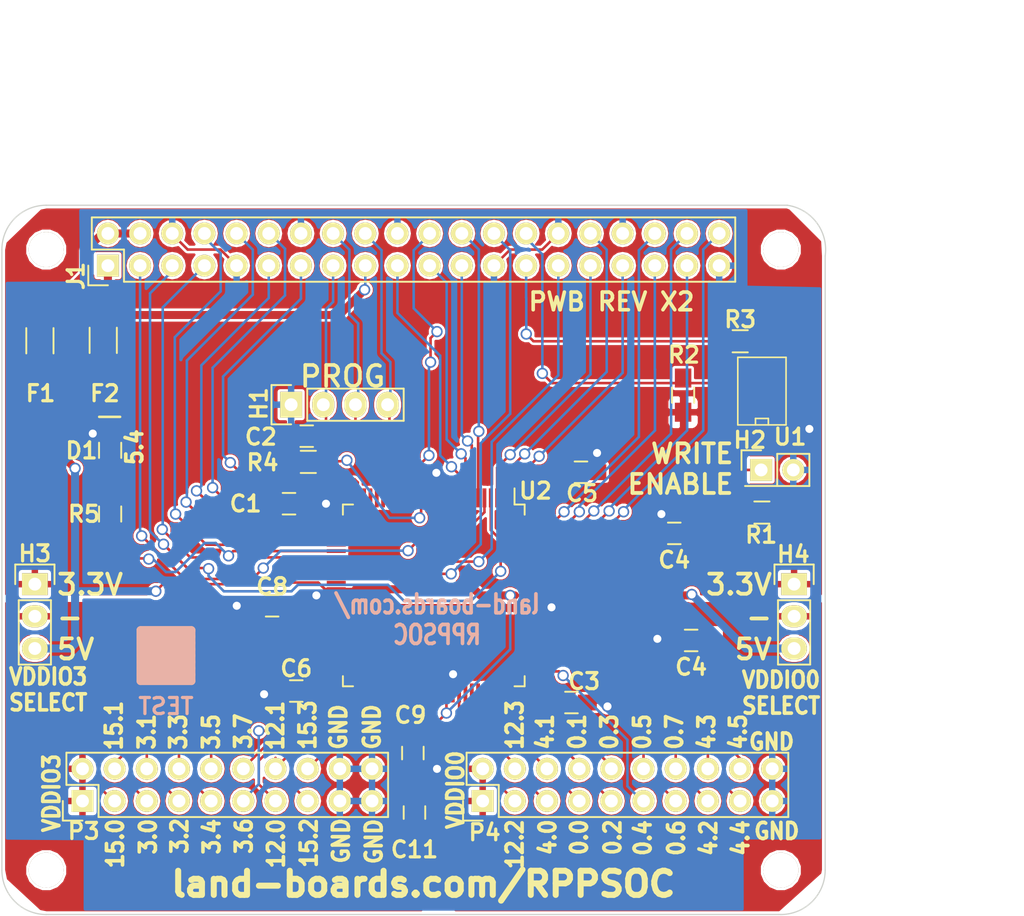
<source format=kicad_pcb>
(kicad_pcb (version 20211014) (generator pcbnew)
  (title_block (title "RasPi-GVS-Plus-CFG") (rev "X1") (company "land-boards.com"))
  (layers (0 "F.Cu" signal) (31 "B.Cu" signal) (36 "B.SilkS" user "B.Silkscreen") (37 "F.SilkS" user "F.Silkscreen") (38 "B.Mask" user) (39 "F.Mask" user) (44 "Edge.Cuts" user))
  (net 0 "")
  (net 1 "/SCL")
  (net 2 "/SDA")
  (net 3 "/WR")
  (net 4 "GND")
  (net 5 "Net-(F1-Pad1)")
  (net 6 "Net-(F2-Pad1)")
  (net 7 "/SPIMOSI")
  (net 8 "/SPIMISO")
  (net 9 "/SPISCK")
  (net 10 "/SPICE0")
  (net 11 "/IO_17")
  (net 12 "/IO_27")
  (net 13 "/IO_22")
  (net 14 "/TXD0")
  (net 15 "/RXD0")
  (net 16 "/IO_18")
  (net 17 "/IO_23")
  (net 18 "/IO_24")
  (net 19 "/IO_5")
  (net 20 "/IO_25")
  (net 21 "/IO_6")
  (net 22 "/SPICE1")
  (net 23 "/IO_13")
  (net 24 "/IO_12")
  (net 25 "/IO_16")
  (net 26 "/IO_20")
  (net 27 "/IO_19")
  (net 28 "/IO_26")
  (net 29 "/SDA1")
  (net 30 "/SCLK1")
  (net 31 "/IO_4")
  (net 32 "/IO_21")
  (net 33 "+5V")
  (net 34 "+3V3")
  (net 35 "/VZ0")
  (net 36 "/VZ3")
  (net 37 "/P43")
  (net 38 "/P42")
  (net 39 "/P45")
  (net 40 "/P44")
  (net 41 "/P47")
  (net 42 "/P46")
  (net 43 "/P49")
  (net 44 "/P48")
  (net 45 "/P51")
  (net 46 "/P52")
  (net 47 "/P53")
  (net 48 "/P54")
  (net 49 "/P55")
  (net 50 "/P56")
  (net 51 "/P67")
  (net 52 "/P68")
  (net 53 "/P71")
  (net 54 "/P72")
  (net 55 "/P73")
  (net 56 "/P74")
  (net 57 "/P76")
  (net 58 "/P77")
  (net 59 "/P69")
  (net 60 "/P70")
  (net 61 "/P78")
  (net 62 "/P79")
  (net 63 "/P80")
  (net 64 "/P81")
  (net 65 "/P82")
  (net 66 "/P83")
  (net 67 "Net-(D1-Pad1)")
  (net 68 "Net-(C11-Pad2)")
  (net 69 "/P5-4")
  (net 70 "Net-(C8-Pad2)")
  (footprint "Housings_QFP:TQFP-100_14x14mm_Pitch0.5mm" (layer "F.Cu") (at 34.098 30.805 -90)
    (fp_text reference "U2")
    (fp_text value "CY8C5267AXI-LP051" hide)
  )
  (footprint "Resistors_SMD:R_1206_HandSoldering" (layer "F.Cu") (at 3 10.7 -90)
    (fp_text reference "F1")
    (fp_text value "FUSE" hide)
  )
  (footprint "Resistors_SMD:R_1206_HandSoldering" (layer "F.Cu") (at 8.001 10.668 -90)
    (fp_text reference "F2")
    (fp_text value "FUSE" hide)
  )
  (footprint "Pin_Headers:Pin_Header_Straight_1x03" (layer "F.Cu") (at 62.546 29.916)
    (fp_text reference "H4")
    (fp_text value "CONN_01X03" hide)
  )
  (footprint "Pin_Headers:Pin_Header_Straight_1x03" (layer "F.Cu") (at 2.602 29.916)
    (fp_text reference "H3")
    (fp_text value "CONN_01X03" hide)
  )
  (footprint "Pin_Headers:Pin_Header_Straight_2x10" (layer "F.Cu") (at 6.3612 47.0356 90)
    (fp_text reference "P3")
    (fp_text value "CONN_02X10" hide)
  )
  (footprint "Pin_Headers:Pin_Header_Straight_2x10" (layer "F.Cu") (at 37.9588 47.0356 90)
    (fp_text reference "P4")
    (fp_text value "CONN_02X10" hide)
  )
  (footprint "Capacitors_SMD:C_0805_HandSoldering" (layer "F.Cu") (at 24.065 18.232 180)
    (fp_text reference "C2")
    (fp_text value "0.1uF" hide)
  )
  (footprint "Capacitors_SMD:C_0805_HandSoldering" (layer "F.Cu") (at 53.086 25.908 180)
    (fp_text reference "C4")
    (fp_text value "0.1uF" hide)
  )
  (footprint "Capacitors_SMD:C_0805_HandSoldering" (layer "F.Cu") (at 23.241 38.354 180)
    (fp_text reference "C6")
    (fp_text value "0.1uF" hide)
  )
  (footprint "Resistors_SMD:R_0805_HandSoldering" (layer "F.Cu") (at 24.192 20.264 180)
    (fp_text reference "R4")
    (fp_text value "3.9K" hide)
  )
  (footprint "Resistors_SMD:R_0805_HandSoldering" (layer "F.Cu") (at 8.5456 24.3788 90)
    (fp_text reference "R5")
    (fp_text value "120" hide)
  )
  (footprint "Resistors_SMD:R_0805_HandSoldering" (layer "F.Cu") (at 8.5456 19.3496 90)
    (fp_text reference "D1")
    (fp_text value "LED" hide)
  )
  (footprint "Capacitors_SMD:C_0805_HandSoldering" (layer "F.Cu") (at 44.9692 39.2632)
    (fp_text reference "C3")
    (fp_text value "0.1uF" hide)
  )
  (footprint "Capacitors_SMD:C_0805_HandSoldering" (layer "F.Cu") (at 45.72 21.082)
    (fp_text reference "C5")
    (fp_text value "0.1uF" hide)
  )
  (footprint "Capacitors_SMD:C_0805_HandSoldering" (layer "F.Cu") (at 54.418 34.361 180)
    (fp_text reference "C4")
    (fp_text value "1uF" hide)
  )
  (footprint "Capacitors_SMD:C_0805_HandSoldering" (layer "F.Cu") (at 32.447 43.251 90)
    (fp_text reference "C9")
    (fp_text value "0.1uF" hide)
  )
  (footprint "Capacitors_SMD:C_0805_HandSoldering" (layer "F.Cu") (at 32.574 47.95 90)
    (fp_text reference "C11")
    (fp_text value "1uF" hide)
  )
  (footprint "Capacitors_SMD:C_0805_HandSoldering" (layer "F.Cu") (at 21.336 31.623)
    (fp_text reference "C8")
    (fp_text value "1uF" hide)
  )
  (footprint "Capacitors_SMD:C_0805_HandSoldering" (layer "F.Cu") (at 22.668 23.566)
    (fp_text reference "C1")
    (fp_text value "0.1uF" hide)
  )
  (footprint "dougsLib:FIDUCIAL" (layer "F.Cu") (at 57.15 52.324)
    (fp_text reference "FID1" hide)
    (fp_text value "CONN_1" hide)
  )
  (footprint "dougsLib:FIDUCIAL" (layer "F.Cu") (at 2.667 22.987)
    (fp_text reference "FID2" hide)
    (fp_text value "CONN_1" hide)
  )
  (footprint "Pin_Headers:Pin_Header_Straight_2x01" (layer "F.Cu") (at 59.9425 20.899)
    (fp_text reference "H2")
    (fp_text value "CONN_2" hide)
  )
  (footprint "Pin_Headers:Pin_Header_Straight_2x20" (layer "F.Cu") (at 8.37 4.77 90)
    (fp_text reference "J1")
    (fp_text value "RASPIOPLUS" hide)
  )
  (footprint "dougsLib:MTG-2.75MM" (layer "F.Cu") (at 3.5 3.5)
    (fp_text reference "MTG1" hide)
    (fp_text value "CONN_1" hide)
  )
  (footprint "dougsLib:MTG-2.75MM" (layer "F.Cu") (at 61.5 3.5)
    (fp_text reference "MTG2" hide)
    (fp_text value "CONN_1" hide)
  )
  (footprint "dougsLib:MTG-2.75MM" (layer "F.Cu") (at 3.5 52.5)
    (fp_text reference "MTG3" hide)
    (fp_text value "CONN_1" hide)
  )
  (footprint "dougsLib:MTG-2.75MM" (layer "F.Cu") (at 61.5 52.5)
    (fp_text reference "MTG4" hide)
    (fp_text value "CONN_1" hide)
  )
  (footprint "Resistors_SMD:R_0805_HandSoldering" (layer "F.Cu") (at 60.006 24.2645 180)
    (fp_text reference "R1")
    (fp_text value "1K" hide)
  )
  (footprint "Resistors_SMD:R_0805_HandSoldering" (layer "F.Cu") (at 53.783 14.9935 90)
    (fp_text reference "R2")
    (fp_text value "3.9K" hide)
  )
  (footprint "Resistors_SMD:R_0805_HandSoldering" (layer "F.Cu") (at 58.2915 10.739 180)
    (fp_text reference "R3")
    (fp_text value "3.9K" hide)
  )
  (footprint "dougsLib:SO8E-wider" (layer "F.Cu") (at 60.006 14.676 90)
    (fp_text reference "U1")
    (fp_text value "24C32" hide)
  )
  (footprint "Pin_Headers:Pin_Header_Straight_1x04" (layer "F.Cu") (at 22.8346 15.748 90)
    (fp_text reference "H1")
    (fp_text value "CONN_01X04" hide)
  )
  (footprint "REV_BLOCK" (layer "B.Cu") (at 12.954 35.56)
    (fp_text reference "TEST")
    (fp_text value "COUPON" hide)
  )
  (gr_line (start 7.682 16.708) (end 9.333 16.708) (layer "F.SilkS") (width 0.2))
  (gr_arc (start 65 52.5) (mid 63.974874 54.974874) (end 61.5 56) (layer "Edge.Cuts") (width 0.1))
  (gr_line (start 3.5 0) (end 62 0) (layer "Edge.Cuts") (width 0.1))
  (gr_line (start 61.5 56) (end 3.5 56) (layer "Edge.Cuts") (width 0.1))
  (gr_line (start 65 4) (end 65 52.5) (layer "Edge.Cuts") (width 0.1))
  (gr_line (start 0 52.5) (end 0 3.5) (layer "Edge.Cuts") (width 0.1))
  (gr_arc (start 62 0) (mid 64.328427 1.37868) (end 65 4) (layer "Edge.Cuts") (width 0.1))
  (gr_arc (start 3.5 56) (mid 1.025126 54.974874) (end 0 52.5) (layer "Edge.Cuts") (width 0.1))
  (gr_arc (start 0 3.5) (mid 1.025126 1.025126) (end 3.5 0) (layer "Edge.Cuts") (width 0.1))
  (gr_text "land-boards.com/\nRPPSOC" (at 34.352 32.71) (layer "B.SilkS") (effects (font (size 1.5 1.143) (thickness 0.28575)) (justify mirror)))
  (gr_text "GND" (at 29.2212 43.124 90) (layer "F.SilkS") (effects (font (size 1.27 1.143) (thickness 0.28575)) (justify left)))
  (gr_text "12.2" (at 40.4988 48.3564 90) (layer "F.SilkS") (effects (font (size 1.27 1.143) (thickness 0.28575)) (justify right)))
  (gr_text "3.0" (at 11.5428 48.3056 90) (layer "F.SilkS") (effects (font (size 1.27 1.143) (thickness 0.28575)) (justify right)))
  (gr_text "3.5" (at 16.5212 43.124 90) (layer "F.SilkS") (effects (font (size 1.27 1.143) (thickness 0.28575)) (justify left)))
  (gr_text "15.1" (at 8.8504 43.1748 90) (layer "F.SilkS") (effects (font (size 1.27 1.143) (thickness 0.28575)) (justify left)))
  (gr_text "12.0" (at 21.652 48.3056 90) (layer "F.SilkS") (effects (font (size 1.27 1.143) (thickness 0.28575)) (justify right)))
  (gr_text "PROG" (at 23.368 13.5128) (layer "F.SilkS") (effects (font (size 1.651 1.651) (thickness 0.28575)) (justify left)))
  (gr_text "land-boards.com/RPPSOC" (at 33.274 53.594) (layer "F.SilkS") (effects (font (size 1.905 1.9685) (thickness 0.47625))))
  (gr_text "GND" (at 63.1048 49.4232) (layer "F.SilkS") (effects (font (size 1.27 1.143) (thickness 0.28575)) (justify right)))
  (gr_text "3.3V\n-\n5V" (at 60.96 32.512) (layer "F.SilkS") (effects (font (size 1.5875 1.5875) (thickness 0.3)) (justify right)))
  (gr_text "3.7" (at 19.0612 43.0732 90) (layer "F.SilkS") (effects (font (size 1.27 1.143) (thickness 0.28575)) (justify left)))
  (gr_text "4.0" (at 43.0896 48.3564 90) (layer "F.SilkS") (effects (font (size 1.27 1.143) (thickness 0.28575)) (justify right)))
  (gr_text "WRITE\nENABLE" (at 57.912 20.828) (layer "F.SilkS") (effects (font (size 1.5 1.5) (thickness 0.3)) (justify right)))
  (gr_text "3.4" (at 16.572 48.3056 90) (layer "F.SilkS") (effects (font (size 1.27 1.143) (thickness 0.28575)) (justify right)))
  (gr_text "0.5" (at 50.5572 43.124 90) (layer "F.SilkS") (effects (font (size 1.27 1.143) (thickness 0.28575)) (justify left)))
  (gr_text "GND" (at 26.7828 48.2548 90) (layer "F.SilkS") (effects (font (size 1.27 1.143) (thickness 0.28575)) (justify right)))
  (gr_text "0.0" (at 45.5788 48.3564 90) (layer "F.SilkS") (effects (font (size 1.27 1.143) (thickness 0.28575)) (justify right)))
  (gr_text "4.2" (at 55.7896 48.4072 90) (layer "F.SilkS") (effects (font (size 1.27 1.143) (thickness 0.28575)) (justify right)))
  (gr_text "GND" (at 26.5796 43.124 90) (layer "F.SilkS") (effects (font (size 1.27 1.143) (thickness 0.28575)) (justify left)))
  (gr_text "3.3V\n-\n5V" (at 4.191 32.512) (layer "F.SilkS") (effects (font (size 1.5875 1.5875) (thickness 0.3)) (justify left)))
  (gr_text "PWB REV X2" (at 48.133 7.62) (layer "F.SilkS") (effects (font (size 1.397 1.397) (thickness 0.28575))))
  (gr_text "0.6" (at 53.2496 48.4072 90) (layer "F.SilkS") (effects (font (size 1.27 1.143) (thickness 0.28575)) (justify right)))
  (gr_text "15.2" (at 24.2428 48.2548 90) (layer "F.SilkS") (effects (font (size 1.27 1.143) (thickness 0.28575)) (justify right)))
  (gr_text "3.3" (at 13.9304 43.124 90) (layer "F.SilkS") (effects (font (size 1.27 1.143) (thickness 0.28575)) (justify left)))
  (gr_text "0.1" (at 45.4264 43.124 90) (layer "F.SilkS") (effects (font (size 1.27 1.143) (thickness 0.28575)) (justify left)))
  (gr_text "15.3" (at 24.1412 43.124 90) (layer "F.SilkS") (effects (font (size 1.27 1.143) (thickness 0.28575)) (justify left)))
  (gr_text "VDDIO3\nSELECT" (at 0.4176 38.2472) (layer "F.SilkS") (effects (font (size 1.27 1.143) (thickness 0.28575)) (justify left)))
  (gr_text "15.0" (at 8.952 48.3056 90) (layer "F.SilkS") (effects (font (size 1.27 1.143) (thickness 0.28575)) (justify right)))
  (gr_text "12.1" (at 21.6012 43.1748 90) (layer "F.SilkS") (effects (font (size 1.27 1.143) (thickness 0.28575)) (justify left)))
  (gr_text "0.3" (at 47.9664 43.124 90) (layer "F.SilkS") (effects (font (size 1.27 1.143) (thickness 0.28575)) (justify left)))
  (gr_text "12.3" (at 40.4988 43.124 90) (layer "F.SilkS") (effects (font (size 1.27 1.143) (thickness 0.28575)) (justify left)))
  (gr_text "4.5" (at 58.1264 43.124 90) (layer "F.SilkS") (effects (font (size 1.27 1.143) (thickness 0.28575)) (justify left)))
  (gr_text "4.1" (at 42.8864 43.124 90) (layer "F.SilkS") (effects (font (size 1.27 1.143) (thickness 0.28575)) (justify left)))
  (gr_text "5.4" (at 10.476 20.645 90) (layer "F.SilkS") (effects (font (size 1.27 1.143) (thickness 0.28575)) (justify left)))
  (gr_text "3.1" (at 11.4412 43.124 90) (layer "F.SilkS") (effects (font (size 1.27 1.143) (thickness 0.28575)) (justify left)))
  (gr_text "GND" (at 29.3736 48.3056 90) (layer "F.SilkS") (effects (font (size 1.27 1.143) (thickness 0.28575)) (justify right)))
  (gr_text "VDDIO0" (at 35.814 42.926 90) (layer "F.SilkS") (effects (font (size 1.27 1.143) (thickness 0.28575)) (justify right)))
  (gr_text "4.4" (at 58.3296 48.4072 90) (layer "F.SilkS") (effects (font (size 1.27 1.143) (thickness 0.28575)) (justify right)))
  (gr_text "3.2" (at 14.032 48.2548 90) (layer "F.SilkS") (effects (font (size 1.27 1.143) (thickness 0.28575)) (justify right)))
  (gr_text "VDDIO0\nSELECT" (at 58.2788 38.5012) (layer "F.SilkS") (effects (font (size 1.27 1.143) (thickness 0.28575)) (justify left)))
  (gr_text "0.4" (at 50.608 48.4072 90) (layer "F.SilkS") (effects (font (size 1.27 1.143) (thickness 0.28575)) (justify right)))
  (gr_text "0.7" (at 53.0972 43.124 90) (layer "F.SilkS") (effects (font (size 1.27 1.143) (thickness 0.28575)) (justify left)))
  (gr_text "VDDIO3" (at 3.9228 43.1748 90) (layer "F.SilkS") (effects (font (size 1.27 1.143) (thickness 0.28575)) (justify right)))
  (gr_text "4.3" (at 55.6372 43.124 90) (layer "F.SilkS") (effects (font (size 1.27 1.143) (thickness 0.28575)) (justify left)))
  (gr_text "0.2" (at 48.2204 48.3564 90) (layer "F.SilkS") (effects (font (size 1.27 1.143) (thickness 0.28575)) (justify right)))
  (gr_text "GND" (at 62.6984 42.362) (layer "F.SilkS") (effects (font (size 1.27 1.143) (thickness 0.28575)) (justify right)))
  (gr_text "3.6" (at 19.112 48.2548 90) (layer "F.SilkS") (effects (font (size 1.27 1.143) (thickness 0.28575)) (justify right)))
  (segment (start 42.6705 13.279) (end 43.4325 14.041) (width 0.2032) (layer "F.Cu") (net 1))
  (segment (start 43.4325 14.041) (end 53.783 14.041) (width 0.2032) (layer "F.Cu") (net 1))
  (segment (start 53.783 14.041) (end 57.212 14.041) (width 0.2032) (layer "F.Cu") (net 1))
  (segment (start 41.39 2.23) (end 41.39 2.274) (width 0.254) (layer "F.Cu") (net 1))
  (segment (start 41.39 2.23) (end 41.39 2.2804) (width 0.254) (layer "F.Cu") (net 1))
  (via (at 42.6705 13.279) (size 0.889) (drill 0.635) (layers "F.Cu" "B.Cu") (net 1))
  (segment (start 41.39 2.6005) (end 42.6705 3.881) (width 0.2032) (layer "B.Cu") (net 1))
  (segment (start 42.6705 3.881) (end 42.6705 13.279) (width 0.2032) (layer "B.Cu") (net 1))
  (segment (start 41.39 2.23) (end 41.39 2.6005) (width 0.2032) (layer "B.Cu") (net 1))
  (segment (start 40.9814 5.1786) (end 41.39 4.77) (width 0.254) (layer "F.Cu") (net 2))
  (segment (start 41.4005 10.1675) (end 41.972 10.739) (width 0.2032) (layer "F.Cu") (net 2))
  (segment (start 41.972 10.739) (end 57.339 10.739) (width 0.2032) (layer "F.Cu") (net 2))
  (segment (start 57.212 10.866) (end 57.339 10.739) (width 0.2032) (layer "F.Cu") (net 2))
  (segment (start 57.212 12.771) (end 57.212 10.866) (width 0.2032) (layer "F.Cu") (net 2))
  (via (at 41.4005 10.1675) (size 0.889) (drill 0.635) (layers "F.Cu" "B.Cu") (net 2))
  (segment (start 41.39 7.2995) (end 41.4005 7.31) (width 0.2032) (layer "B.Cu") (net 2))
  (segment (start 41.4005 7.31) (end 41.4005 10.1675) (width 0.2032) (layer "B.Cu") (net 2))
  (segment (start 41.39 4.77) (end 41.39 7.2995) (width 0.2032) (layer "B.Cu") (net 2))
  (segment (start 59.0535 22.9945) (end 58.6725 22.6135) (width 0.2032) (layer "F.Cu") (net 3))
  (segment (start 58.6725 22.6135) (end 58.6725 20.899) (width 0.2032) (layer "F.Cu") (net 3))
  (segment (start 58.9265 15.311) (end 59.4345 15.819) (width 0.2032) (layer "F.Cu") (net 3))
  (segment (start 59.4345 15.819) (end 59.4345 18.2955) (width 0.2032) (layer "F.Cu") (net 3))
  (segment (start 59.4345 18.2955) (end 58.6725 19.0575) (width 0.2032) (layer "F.Cu") (net 3))
  (segment (start 58.6725 19.0575) (end 58.6725 20.899) (width 0.2032) (layer "F.Cu") (net 3))
  (segment (start 59.9425 20.899) (end 58.6725 20.899) (width 0.2032) (layer "F.Cu") (net 3))
  (segment (start 57.212 15.311) (end 58.9265 15.311) (width 0.2032) (layer "F.Cu") (net 3))
  (segment (start 59.0535 24.2645) (end 59.0535 22.9945) (width 0.2032) (layer "F.Cu") (net 3))
  (segment (start 33.598 21.669) (end 33.59 21.661) (width 0.2032) (layer "F.Cu") (net 4))
  (segment (start 35.598 37.052) (end 35.622 37.028) (width 0.2032) (layer "F.Cu") (net 4))
  (segment (start 61.0855 16.581) (end 60.7045 16.2) (width 0.2032) (layer "F.Cu") (net 4))
  (segment (start 60.7045 16.2) (end 60.7045 15.6285) (width 0.2032) (layer "F.Cu") (net 4))
  (segment (start 60.7045 13.2155) (end 61.149 12.771) (width 0.2032) (layer "F.Cu") (net 4))
  (segment (start 61.149 12.771) (end 62.8 12.771) (width 0.2032) (layer "F.Cu") (net 4))
  (segment (start 60.895 14.041) (end 60.7045 14.2315) (width 0.2032) (layer "F.Cu") (net 4))
  (segment (start 60.7045 14.2315) (end 60.7045 13.2155) (width 0.2032) (layer "F.Cu") (net 4))
  (segment (start 61.022 15.311) (end 60.7045 15.6285) (width 0.2032) (layer "F.Cu") (net 4))
  (segment (start 60.7045 15.6285) (end 60.7045 14.2315) (width 0.2032) (layer "F.Cu") (net 4))
  (segment (start 62.8 16.708) (end 63.7525 17.6605) (width 0.2032) (layer "F.Cu") (net 4))
  (segment (start 13.45 2.283) (end 14.667 3.5) (width 0.2032) (layer "F.Cu") (net 4))
  (segment (start 14.667 3.5) (end 17.26 3.5) (width 0.2032) (layer "F.Cu") (net 4))
  (segment (start 17.26 3.5) (end 18.53 4.77) (width 0.2032) (layer "F.Cu") (net 4))
  (segment (start 38.8605 4.77) (end 40.1305 3.5) (width 0.2032) (layer "F.Cu") (net 4))
  (segment (start 40.1305 3.5) (end 42.66 3.5) (width 0.2032) (layer "F.Cu") (net 4))
  (segment (start 42.66 3.5) (end 43.93 2.23) (width 0.2032) (layer "F.Cu") (net 4))
  (segment (start 42.9546 31.305) (end 43.3944 31.7448) (width 0.2032) (layer "F.Cu") (net 4))
  (segment (start 22.8712 18.2882) (end 22.815 18.232) (width 0.2032) (layer "F.Cu") (net 4))
  (segment (start 23.049 16.5302) (end 23.049 15.6158) (width 0.2032) (layer "F.Cu") (net 4))
  (segment (start 7.2032 17.9996) (end 7.174 18.0288) (width 0.2032) (layer "F.Cu") (net 4))
  (segment (start 34.098 21.788) (end 33.971 21.661) (width 0.2032) (layer "F.Cu") (net 4))
  (segment (start 33.971 21.661) (end 33.59 21.661) (width 0.2032) (layer "F.Cu") (net 4))
  (segment (start 34.598 21.7292) (end 34.5298 21.661) (width 0.2032) (layer "F.Cu") (net 4))
  (segment (start 34.5298 21.661) (end 34.3012 21.661) (width 0.2032) (layer "F.Cu") (net 4))
  (segment (start 35.598 21.8656) (end 35.3934 21.661) (width 0.2032) (layer "F.Cu") (net 4))
  (segment (start 35.3934 21.661) (end 34.29 21.661) (width 0.2032) (layer "F.Cu") (net 4))
  (segment (start 34.3012 21.661) (end 33.59 21.661) (width 0.2032) (layer "F.Cu") (net 4))
  (segment (start 47.5092 39.2632) (end 47.814 39.568) (width 0.2032) (layer "F.Cu") (net 4))
  (segment (start 51.878 34.361) (end 51.751 34.234) (width 0.2032) (layer "F.Cu") (net 4))
  (segment (start 34.717 37.028) (end 35.622 37.028) (width 0.2032) (layer "F.Cu") (net 4))
  (segment (start 34.598 37.147) (end 34.717 37.028) (width 0.2032) (layer "F.Cu") (net 4))
  (segment (start 34.717 37.028) (end 35.622 37.028) (width 0.2032) (layer "F.Cu") (net 4))
  (segment (start 34.352 48.331) (end 33.483 49.2) (width 0.2032) (layer "F.Cu") (net 4))
  (segment (start 33.483 49.2) (end 32.574 49.2) (width 0.2032) (layer "F.Cu") (net 4))
  (segment (start 22.815 15.8498) (end 23.049 15.6158) (width 0.2032) (layer "F.Cu") (net 4))
  (segment (start 34.29 21.661) (end 33.59 21.661) (width 0.2032) (layer "F.Cu") (net 4))
  (segment (start 34.29 21.1388) (end 34.3012 21.1276) (width 0.2032) (layer "F.Cu") (net 4))
  (segment (start 46.97 19.578) (end 46.99 19.558) (width 0.2032) (layer "F.Cu") (net 4))
  (segment (start 51.836 24.618) (end 52.07 24.384) (width 0.2032) (layer "F.Cu") (net 4))
  (segment (start 20.955 38.354) (end 20.701 38.608) (width 0.2032) (layer "F.Cu") (net 4))
  (segment (start 34.598 38.505) (end 34.598 37.147) (width 0.2032) (layer "F.Cu") (net 4))
  (segment (start 34.3012 21.1276) (end 34.3012 21.661) (width 0.2032) (layer "F.Cu") (net 4))
  (segment (start 33.598 21.669) (end 33.598 23.105) (width 0.2032) (layer "F.Cu") (net 4))
  (segment (start 62.8 16.581) (end 61.0855 16.581) (width 0.2032) (layer "F.Cu") (net 4))
  (segment (start 51.836 25.908) (end 51.836 24.618) (width 0.2032) (layer "F.Cu") (net 4))
  (segment (start 38.85 4.77) (end 39.1145 4.77) (width 0.2032) (layer "F.Cu") (net 4))
  (segment (start 20.086 31.623) (end 18.542 31.623) (width 0.2032) (layer "F.Cu") (net 4))
  (segment (start 38.85 4.77) (end 38.8605 4.77) (width 0.2032) (layer "F.Cu") (net 4))
  (segment (start 34.098 23.105) (end 34.098 21.788) (width 0.2032) (layer "F.Cu") (net 4))
  (segment (start 42.9546 31.305) (end 41.798 31.305) (width 0.2032) (layer "F.Cu") (net 4))
  (segment (start 35.598 23.105) (end 35.598 21.8656) (width 0.2032) (layer "F.Cu") (net 4))
  (segment (start 38.85 4.77) (end 38.85 4.696) (width 0.2032) (layer "F.Cu") (net 4))
  (segment (start 34.352 44.501) (end 34.352 48.331) (width 0.2032) (layer "F.Cu") (net 4))
  (segment (start 32.447 44.501) (end 34.352 44.501) (width 0.2032) (layer "F.Cu") (net 4))
  (segment (start 62.8 15.311) (end 61.022 15.311) (width 0.2032) (layer "F.Cu") (net 4))
  (segment (start 35.598 37.052) (end 35.598 38.505) (width 0.2032) (layer "F.Cu") (net 4))
  (segment (start 62.8 16.581) (end 62.8 16.708) (width 0.2032) (layer "F.Cu") (net 4))
  (segment (start 23.918 23.566) (end 25.589 23.566) (width 0.2032) (layer "F.Cu") (net 4))
  (segment (start 21.991 38.354) (end 20.955 38.354) (width 0.2032) (layer "F.Cu") (net 4))
  (segment (start 34.598 23.105) (end 34.598 21.7292) (width 0.2032) (layer "F.Cu") (net 4))
  (segment (start 34.352 44.501) (end 32.447 44.501) (width 0.2032) (layer "F.Cu") (net 4))
  (segment (start 34.29 21.661) (end 34.29 21.1388) (width 0.2032) (layer "F.Cu") (net 4))
  (segment (start 13.45 2.23) (end 13.45 2.283) (width 0.2032) (layer "F.Cu") (net 4))
  (segment (start 26.398 30.805) (end 24.827 30.805) (width 0.2032) (layer "F.Cu") (net 4))
  (segment (start 53.168 34.361) (end 51.878 34.361) (width 0.2032) (layer "F.Cu") (net 4))
  (segment (start 22.815 18.232) (end 22.815 15.8498) (width 0.2032) (layer "F.Cu") (net 4))
  (segment (start 22.815 18.232) (end 22.815 17.6532) (width 0.2032) (layer "F.Cu") (net 4))
  (segment (start 8.5456 17.9996) (end 7.2032 17.9996) (width 0.2032) (layer "F.Cu") (net 4))
  (segment (start 46.97 21.082) (end 46.97 19.578) (width 0.2032) (layer "F.Cu") (net 4))
  (segment (start 46.2192 39.2632) (end 47.5092 39.2632) (width 0.2032) (layer "F.Cu") (net 4))
  (segment (start 62.8 14.041) (end 60.895 14.041) (width 0.2032) (layer "F.Cu") (net 4))
  (via (at 24.827 30.805) (size 0.889) (drill 0.635) (layers "F.Cu" "B.Cu") (net 4))
  (via (at 34.3012 21.1276) (size 0.889) (drill 0.635) (layers "F.Cu" "B.Cu") (net 4))
  (via (at 46.99 19.558) (size 0.889) (drill 0.635) (layers "F.Cu" "B.Cu") (net 4))
  (via (at 47.814 39.568) (size 0.889) (drill 0.635) (layers "F.Cu" "B.Cu") (net 4))
  (via (at 18.542 31.623) (size 0.889) (drill 0.635) (layers "F.Cu" "B.Cu") (net 4))
  (via (at 7.174 18.0288) (size 0.889) (drill 0.635) (layers "F.Cu" "B.Cu") (net 4))
  (via (at 52.07 24.384) (size 0.889) (drill 0.635) (layers "F.Cu" "B.Cu") (net 4))
  (via (at 34.352 44.501) (size 0.889) (drill 0.635) (layers "F.Cu" "B.Cu") (net 4))
  (via (at 51.751 34.234) (size 0.889) (drill 0.635) (layers "F.Cu" "B.Cu") (net 4))
  (via (at 43.3944 31.7448) (size 0.889) (drill 0.635) (layers "F.Cu" "B.Cu") (net 4))
  (via (at 35.622 37.028) (size 0.889) (drill 0.635) (layers "F.Cu" "B.Cu") (net 4))
  (via (at 20.701 38.608) (size 0.889) (drill 0.635) (layers "F.Cu" "B.Cu") (net 4))
  (via (at 25.589 23.566) (size 0.889) (drill 0.635) (layers "F.Cu" "B.Cu") (net 4))
  (via (at 63.7525 17.6605) (size 0.889) (drill 0.635) (layers "F.Cu" "B.Cu") (net 4))
  (segment (start 34.352 44.501) (end 34.301 44.45) (width 0.2032) (layer "B.Cu") (net 4))
  (segment (start 34.301 44.45) (end 34.29 44.45) (width 0.2032) (layer "B.Cu") (net 4))
  (segment (start 7.93 2.23) (end 6.604 3.556) (width 0.635) (layer "F.Cu") (net 5))
  (segment (start 3 7.6) (end 4 6.6) (width 0.635) (layer "F.Cu") (net 5))
  (segment (start 4 6.6) (end 5.4 6.6) (width 0.635) (layer "F.Cu") (net 5))
  (segment (start 5.4 6.6) (end 6.604 5.396) (width 0.635) (layer "F.Cu") (net 5))
  (segment (start 6.604 5.396) (end 6.604 3.556) (width 0.635) (layer "F.Cu") (net 5))
  (segment (start 8.37 2.23) (end 10.91 2.23) (width 0.635) (layer "F.Cu") (net 5))
  (segment (start 3 9.049) (end 3 7.6) (width 0.635) (layer "F.Cu") (net 5))
  (segment (start 8.37 2.23) (end 7.93 2.23) (width 0.635) (layer "F.Cu") (net 5))
  (segment (start 8.37 8.648) (end 8.001 9.017) (width 0.635) (layer "F.Cu") (net 6))
  (segment (start 8.37 4.77) (end 8.37 8.648) (width 0.635) (layer "F.Cu") (net 6))
  (segment (start 26.644 8.668) (end 28.637 6.675) (width 0.635) (layer "F.Cu") (net 6))
  (segment (start 8.001 8.668) (end 26.644 8.668) (width 0.635) (layer "F.Cu") (net 6))
  (via (at 28.637 6.675) (size 0.889) (drill 0.635) (layers "F.Cu" "B.Cu") (net 6))
  (segment (start 28.69 6.622) (end 28.637 6.675) (width 0.2032) (layer "B.Cu") (net 6))
  (segment (start 28.69 4.77) (end 28.69 6.622) (width 0.2032) (layer "B.Cu") (net 6))
  (segment (start 36.098 21.248) (end 35.495 20.645) (width 0.2032) (layer "F.Cu") (net 7))
  (segment (start 36.098 23.105) (end 36.098 21.248) (width 0.2032) (layer "F.Cu") (net 7))
  (via (at 35.495 20.645) (size 0.889) (drill 0.635) (layers "F.Cu" "B.Cu") (net 7))
  (segment (start 35.495 20.645) (end 34.606 19.756) (width 0.2032) (layer "B.Cu") (net 7))
  (segment (start 34.606 19.756) (end 34.606 11.882) (width 0.2032) (layer "B.Cu") (net 7))
  (segment (start 31.23 8.506) (end 34.606 11.882) (width 0.2032) (layer "B.Cu") (net 7))
  (segment (start 31.23 4.77) (end 31.23 8.506) (width 0.2032) (layer "B.Cu") (net 7))
  (segment (start 36.598 19.97) (end 36.257 19.629) (width 0.2032) (layer "F.Cu") (net 8))
  (segment (start 36.598 23.105) (end 36.598 19.97) (width 0.2032) (layer "F.Cu") (net 8))
  (via (at 36.257 19.629) (size 0.889) (drill 0.635) (layers "F.Cu" "B.Cu") (net 8))
  (segment (start 36.257 19.629) (end 35.114 18.486) (width 0.2032) (layer "B.Cu") (net 8))
  (segment (start 35.114 18.486) (end 35.114 6.114) (width 0.2032) (layer "B.Cu") (net 8))
  (segment (start 35.114 6.114) (end 33.77 4.77) (width 0.2032) (layer "B.Cu") (net 8))
  (segment (start 37.098 18.946) (end 36.765 18.613) (width 0.2032) (layer "F.Cu") (net 9))
  (segment (start 37.098 23.105) (end 37.098 18.946) (width 0.2032) (layer "F.Cu") (net 9))
  (via (at 36.765 18.613) (size 0.889) (drill 0.635) (layers "F.Cu" "B.Cu") (net 9))
  (segment (start 36.765 18.613) (end 36.31 18.158) (width 0.2032) (layer "B.Cu") (net 9))
  (segment (start 36.31 18.158) (end 36.31 4.77) (width 0.2032) (layer "B.Cu") (net 9))
  (segment (start 37.654 17.851) (end 37.598 17.907) (width 0.2032) (layer "F.Cu") (net 10))
  (segment (start 37.598 17.907) (end 37.598 23.105) (width 0.2032) (layer "F.Cu") (net 10))
  (via (at 37.654 17.851) (size 0.889) (drill 0.635) (layers "F.Cu" "B.Cu") (net 10))
  (segment (start 36.384 2.23) (end 37.654 3.5) (width 0.2032) (layer "B.Cu") (net 10))
  (segment (start 37.654 3.5) (end 37.654 17.851) (width 0.2032) (layer "B.Cu") (net 10))
  (segment (start 36.31 2.23) (end 36.31 2.283) (width 0.2032) (layer "B.Cu") (net 10))
  (segment (start 36.31 2.23) (end 36.384 2.23) (width 0.2032) (layer "B.Cu") (net 10))
  (segment (start 18.6205 25.805) (end 15.3655 22.55) (width 0.2032) (layer "F.Cu") (net 11))
  (segment (start 26.398 25.805) (end 18.6205 25.805) (width 0.2032) (layer "F.Cu") (net 11))
  (via (at 15.3655 22.55) (size 0.889) (drill 0.635) (layers "F.Cu" "B.Cu") (net 11))
  (segment (start 15.3655 22.55) (end 15.7465 22.169) (width 0.2032) (layer "B.Cu") (net 11))
  (segment (start 15.7465 22.169) (end 15.7465 12.644) (width 0.2032) (layer "B.Cu") (net 11))
  (segment (start 15.7465 12.644) (end 21.07 7.3205) (width 0.2032) (layer "B.Cu") (net 11))
  (segment (start 21.07 7.3205) (end 21.07 4.77) (width 0.2032) (layer "B.Cu") (net 11))
  (segment (start 28.098 21.884) (end 27.8496 21.6356) (width 0.2032) (layer "F.Cu") (net 12))
  (segment (start 23.114 21.6356) (end 27.8496 21.6356) (width 0.2032) (layer "F.Cu") (net 12))
  (segment (start 19.3496 21.6356) (end 18.034 20.32) (width 0.2032) (layer "F.Cu") (net 12))
  (segment (start 28.098 23.105) (end 28.098 21.884) (width 0.2032) (layer "F.Cu") (net 12))
  (segment (start 23.114 21.6356) (end 19.3496 21.6356) (width 0.2032) (layer "F.Cu") (net 12))
  (via (at 18.034 20.32) (size 0.889) (drill 0.635) (layers "F.Cu" "B.Cu") (net 12))
  (segment (start 18.034 20.32) (end 17.461 19.747) (width 0.2032) (layer "B.Cu") (net 12))
  (segment (start 17.461 19.747) (end 17.461 18.034) (width 0.2032) (layer "B.Cu") (net 12))
  (segment (start 17.461 13.527) (end 23.61 7.378) (width 0.2032) (layer "B.Cu") (net 12))
  (segment (start 23.61 7.378) (end 23.61 4.77) (width 0.2032) (layer "B.Cu") (net 12))
  (segment (start 17.461 18.034) (end 17.461 13.527) (width 0.2032) (layer "B.Cu") (net 12))
  (segment (start 25.4112 18.3282) (end 25.315 18.232) (width 0.2032) (layer "F.Cu") (net 13))
  (segment (start 25.589 16.1746) (end 25.589 15.6158) (width 0.2032) (layer "F.Cu") (net 13))
  (segment (start 25.3912 20.1132) (end 25.542 20.264) (width 0.2032) (layer "F.Cu") (net 13))
  (segment (start 27.1892 20.1878) (end 27.24 20.137) (width 0.2032) (layer "F.Cu") (net 13))
  (segment (start 32.9804 24.6836) (end 33.098 24.566) (width 0.2032) (layer "F.Cu") (net 13))
  (segment (start 33.098 24.566) (end 33.098 23.105) (width 0.2032) (layer "F.Cu") (net 13))
  (segment (start 25.315 17.363) (end 25.589 17.089) (width 0.2032) (layer "F.Cu") (net 13))
  (segment (start 25.589 17.089) (end 25.589 15.6158) (width 0.2032) (layer "F.Cu") (net 13))
  (segment (start 25.315 18.232) (end 25.315 17.363) (width 0.2032) (layer "F.Cu") (net 13))
  (segment (start 25.315 18.232) (end 25.3912 20.1132) (width 0.2032) (layer "F.Cu") (net 13))
  (segment (start 25.542 20.264) (end 25.4912 20.1332) (width 0.2032) (layer "F.Cu") (net 13))
  (segment (start 25.542 20.264) (end 27.1892 20.1878) (width 0.2032) (layer "F.Cu") (net 13))
  (via (at 27.24 20.137) (size 0.889) (drill 0.635) (layers "F.Cu" "B.Cu") (net 13))
  (via (at 32.9804 24.6836) (size 0.889) (drill 0.635) (layers "F.Cu" "B.Cu") (net 13))
  (segment (start 27.24 20.137) (end 30.5928 24.6836) (width 0.2032) (layer "B.Cu") (net 13))
  (segment (start 30.5928 24.6836) (end 32.9804 24.6836) (width 0.2032) (layer "B.Cu") (net 13))
  (segment (start 25.589 8.193) (end 26.15 7.632) (width 0.2032) (layer "B.Cu") (net 13))
  (segment (start 26.15 7.632) (end 26.15 4.77) (width 0.2032) (layer "B.Cu") (net 13))
  (segment (start 25.589 15.6158) (end 25.589 8.193) (width 0.2032) (layer "B.Cu") (net 13))
  (segment (start 16.137 26.805) (end 13.716 24.384) (width 0.2032) (layer "F.Cu") (net 14))
  (segment (start 26.398 26.805) (end 16.137 26.805) (width 0.2032) (layer "F.Cu") (net 14))
  (via (at 13.716 24.384) (size 0.889) (drill 0.635) (layers "F.Cu" "B.Cu") (net 14))
  (segment (start 15.99 2.528) (end 17.272 3.81) (width 0.2032) (layer "B.Cu") (net 14))
  (segment (start 17.272 3.81) (end 17.272 6.8005) (width 0.2032) (layer "B.Cu") (net 14))
  (segment (start 17.272 6.8005) (end 13.651 10.4215) (width 0.2032) (layer "B.Cu") (net 14))
  (segment (start 13.716 24.384) (end 13.651 24.319) (width 0.2032) (layer "B.Cu") (net 14))
  (segment (start 13.651 24.319) (end 13.651 22.352) (width 0.2032) (layer "B.Cu") (net 14))
  (segment (start 13.651 22.352) (end 13.651 10.4215) (width 0.2032) (layer "B.Cu") (net 14))
  (segment (start 15.99 2.23) (end 15.99 2.528) (width 0.2032) (layer "B.Cu") (net 14))
  (segment (start 17.406 26.305) (end 14.54 23.439) (width 0.2032) (layer "F.Cu") (net 15))
  (segment (start 26.398 26.305) (end 17.406 26.305) (width 0.2032) (layer "F.Cu") (net 15))
  (via (at 14.54 23.439) (size 0.889) (drill 0.635) (layers "F.Cu" "B.Cu") (net 15))
  (segment (start 14.54 23.439) (end 14.6035 23.3755) (width 0.2032) (layer "B.Cu") (net 15))
  (segment (start 14.6035 23.3755) (end 14.6035 12.263) (width 0.2032) (layer "B.Cu") (net 15))
  (segment (start 14.6035 12.263) (end 19.8105 7.056) (width 0.2032) (layer "B.Cu") (net 15))
  (segment (start 19.8105 7.056) (end 19.8105 3.5105) (width 0.2032) (layer "B.Cu") (net 15))
  (segment (start 19.8105 3.5105) (end 18.53 2.23) (width 0.2032) (layer "B.Cu") (net 15))
  (segment (start 16.6355 22.296) (end 19.6445 25.305) (width 0.2032) (layer "F.Cu") (net 16))
  (segment (start 19.6445 25.305) (end 26.398 25.305) (width 0.2032) (layer "F.Cu") (net 16))
  (via (at 16.6355 22.296) (size 0.889) (drill 0.635) (layers "F.Cu" "B.Cu") (net 16))
  (segment (start 21.144 2.23) (end 22.3505 3.4365) (width 0.2032) (layer "B.Cu") (net 16))
  (segment (start 22.3505 3.4365) (end 22.3505 7.1195) (width 0.2032) (layer "B.Cu") (net 16))
  (segment (start 22.3505 7.1195) (end 16.6355 12.8345) (width 0.2032) (layer "B.Cu") (net 16))
  (segment (start 16.6355 12.8345) (end 16.6355 22.296) (width 0.2032) (layer "B.Cu") (net 16))
  (segment (start 21.07 2.23) (end 21.144 2.23) (width 0.2032) (layer "B.Cu") (net 16))
  (segment (start 27.9146 17.9578) (end 30.098 20.1412) (width 0.2032) (layer "F.Cu") (net 17))
  (segment (start 30.098 20.1412) (end 30.098 23.105) (width 0.2032) (layer "F.Cu") (net 17))
  (segment (start 27.9146 15.748) (end 27.9146 17.9578) (width 0.2032) (layer "F.Cu") (net 17))
  (segment (start 28.129 9.333) (end 27.432 8.636) (width 0.2032) (layer "B.Cu") (net 17))
  (segment (start 27.432 8.636) (end 27.432 3.512) (width 0.2032) (layer "B.Cu") (net 17))
  (segment (start 27.432 3.512) (end 26.15 2.23) (width 0.2032) (layer "B.Cu") (net 17))
  (segment (start 28.129 15.6158) (end 28.129 9.333) (width 0.2032) (layer "B.Cu") (net 17))
  (segment (start 26.15 2.23) (end 26.15 2.283) (width 0.2032) (layer "B.Cu") (net 17))
  (segment (start 30.598 15.8914) (end 30.4546 15.748) (width 0.2032) (layer "F.Cu") (net 18))
  (segment (start 30.598 23.105) (end 30.598 15.8914) (width 0.2032) (layer "F.Cu") (net 18))
  (segment (start 28.69 2.274) (end 29.972 3.556) (width 0.2032) (layer "B.Cu") (net 18))
  (segment (start 29.972 3.556) (end 29.972 7.62) (width 0.2032) (layer "B.Cu") (net 18))
  (segment (start 29.972 11.684) (end 30.669 12.381) (width 0.2032) (layer "B.Cu") (net 18))
  (segment (start 30.669 12.381) (end 30.669 15.6158) (width 0.2032) (layer "B.Cu") (net 18))
  (segment (start 28.69 2.23) (end 28.69 2.274) (width 0.2032) (layer "B.Cu") (net 18))
  (segment (start 29.972 7.62) (end 29.972 11.684) (width 0.2032) (layer "B.Cu") (net 18))
  (segment (start 28.69 2.23) (end 28.764 2.23) (width 0.2032) (layer "B.Cu") (net 18))
  (segment (start 28.305 28.305) (end 28.956 28.956) (width 0.2032) (layer "F.Cu") (net 19))
  (segment (start 28.956 28.956) (end 33.655 28.956) (width 0.2032) (layer "F.Cu") (net 19))
  (segment (start 33.655 28.956) (end 34.473 28.138) (width 0.2032) (layer "F.Cu") (net 19))
  (segment (start 34.473 28.138) (end 37.654 28.138) (width 0.2032) (layer "F.Cu") (net 19))
  (segment (start 27.813 28.305) (end 28.305 28.305) (width 0.2032) (layer "F.Cu") (net 19))
  (segment (start 26.398 28.305) (end 27.813 28.305) (width 0.2032) (layer "F.Cu") (net 19))
  (via (at 37.654 28.138) (size 0.889) (drill 0.635) (layers "F.Cu" "B.Cu") (net 19))
  (segment (start 37.654 28.138) (end 38.67 27.122) (width 0.2032) (layer "B.Cu") (net 19))
  (segment (start 38.67 27.122) (end 38.67 18.6892) (width 0.2032) (layer "B.Cu") (net 19))
  (segment (start 38.67 18.6892) (end 43.93 13.4292) (width 0.2032) (layer "B.Cu") (net 19))
  (segment (start 43.93 13.4292) (end 43.93 4.77) (width 0.2032) (layer "B.Cu") (net 19))
  (segment (start 34.352 9.977) (end 33.844 10.485) (width 0.2032) (layer "F.Cu") (net 20))
  (segment (start 33.844 10.485) (end 33.844 12.39) (width 0.2032) (layer "F.Cu") (net 20))
  (segment (start 33.717 19.756) (end 32.598 20.875) (width 0.2032) (layer "F.Cu") (net 20))
  (segment (start 32.598 20.875) (end 32.598 23.105) (width 0.2032) (layer "F.Cu") (net 20))
  (via (at 34.352 9.977) (size 0.889) (drill 0.635) (layers "F.Cu" "B.Cu") (net 20))
  (via (at 33.717 19.756) (size 0.889) (drill 0.635) (layers "F.Cu" "B.Cu") (net 20))
  (via (at 33.844 12.39) (size 0.889) (drill 0.635) (layers "F.Cu" "B.Cu") (net 20))
  (segment (start 33.844 12.39) (end 33.717 12.517) (width 0.2032) (layer "B.Cu") (net 20))
  (segment (start 33.717 12.517) (end 33.717 19.756) (width 0.2032) (layer "B.Cu") (net 20))
  (segment (start 33.77 2.298) (end 32.512 3.556) (width 0.2032) (layer "B.Cu") (net 20))
  (segment (start 32.512 3.556) (end 32.512 8.137) (width 0.2032) (layer "B.Cu") (net 20))
  (segment (start 32.512 8.137) (end 34.352 9.977) (width 0.2032) (layer "B.Cu") (net 20))
  (segment (start 33.77 2.2808) (end 33.77 2.298) (width 0.2032) (layer "B.Cu") (net 20))
  (segment (start 33.77 2.23) (end 33.844 2.23) (width 0.2032) (layer "B.Cu") (net 20))
  (segment (start 33.77 2.23) (end 33.77 2.298) (width 0.2032) (layer "B.Cu") (net 20))
  (segment (start 33.77 2.23) (end 33.77 2.304) (width 0.2032) (layer "B.Cu") (net 20))
  (segment (start 39.098 20.725) (end 40.1305 19.6925) (width 0.2032) (layer "F.Cu") (net 21))
  (segment (start 39.098 23.105) (end 39.098 20.725) (width 0.2032) (layer "F.Cu") (net 21))
  (via (at 40.1305 19.6925) (size 0.889) (drill 0.635) (layers "F.Cu" "B.Cu") (net 21))
  (segment (start 40.1305 19.6925) (end 46.47 13.353) (width 0.2032) (layer "B.Cu") (net 21))
  (segment (start 46.47 13.353) (end 46.47 4.77) (width 0.2032) (layer "B.Cu") (net 21))
  (segment (start 34.6508 29.1032) (end 34.29 29.464) (width 0.2032) (layer "F.Cu") (net 22))
  (segment (start 34.29 29.464) (end 28.448 29.464) (width 0.2032) (layer "F.Cu") (net 22))
  (segment (start 28.448 29.464) (end 27.789 28.805) (width 0.2032) (layer "F.Cu") (net 22))
  (segment (start 27.789 28.805) (end 26.398 28.805) (width 0.2032) (layer "F.Cu") (net 22))
  (segment (start 35.4696 29.1032) (end 34.6508 29.1032) (width 0.2032) (layer "F.Cu") (net 22))
  (via (at 35.4696 29.1032) (size 0.889) (drill 0.635) (layers "F.Cu" "B.Cu") (net 22))
  (segment (start 37.8064 18.7908) (end 37.8064 26.7664) (width 0.2032) (layer "B.Cu") (net 22))
  (segment (start 37.8064 26.7664) (end 35.4696 29.1032) (width 0.2032) (layer "B.Cu") (net 22))
  (segment (start 38.85 2.274) (end 40.132 3.556) (width 0.2032) (layer "B.Cu") (net 22))
  (segment (start 40.132 3.556) (end 40.132 16.4652) (width 0.2032) (layer "B.Cu") (net 22))
  (segment (start 40.132 16.4652) (end 37.8064 18.7908) (width 0.2032) (layer "B.Cu") (net 22))
  (segment (start 38.85 2.23) (end 38.85 2.274) (width 0.2032) (layer "B.Cu") (net 22))
  (segment (start 38.85 2.23) (end 38.8732 2.23) (width 0.2032) (layer "B.Cu") (net 22))
  (segment (start 40.098 21.757) (end 41.2735 20.5815) (width 0.2032) (layer "F.Cu") (net 23))
  (segment (start 41.2735 20.5815) (end 41.6545 20.5815) (width 0.2032) (layer "F.Cu") (net 23))
  (segment (start 41.6545 20.5815) (end 42.4165 19.8195) (width 0.2032) (layer "F.Cu") (net 23))
  (segment (start 40.098 23.105) (end 40.098 21.757) (width 0.2032) (layer "F.Cu") (net 23))
  (via (at 42.4165 19.8195) (size 0.889) (drill 0.635) (layers "F.Cu" "B.Cu") (net 23))
  (segment (start 42.4165 19.8195) (end 49.01 13.226) (width 0.2032) (layer "B.Cu") (net 23))
  (segment (start 49.01 13.226) (end 49.01 4.77) (width 0.2032) (layer "B.Cu") (net 23))
  (segment (start 39.598 21.3045) (end 41.2735 19.629) (width 0.2032) (layer "F.Cu") (net 24))
  (segment (start 39.598 23.105) (end 39.598 21.3045) (width 0.2032) (layer "F.Cu") (net 24))
  (via (at 41.2735 19.629) (size 0.889) (drill 0.635) (layers "F.Cu" "B.Cu") (net 24))
  (segment (start 41.2735 19.629) (end 47.7505 13.152) (width 0.2032) (layer "B.Cu") (net 24))
  (segment (start 47.7505 13.152) (end 47.7505 3.5105) (width 0.2032) (layer "B.Cu") (net 24))
  (segment (start 47.7505 3.5105) (end 46.47 2.23) (width 0.2032) (layer "B.Cu") (net 24))
  (segment (start 43.281 25.305) (end 44.385 24.201) (width 0.2032) (layer "F.Cu") (net 25))
  (segment (start 41.798 25.305) (end 43.281 25.305) (width 0.2032) (layer "F.Cu") (net 25))
  (via (at 44.385 24.201) (size 0.889) (drill 0.635) (layers "F.Cu" "B.Cu") (net 25))
  (segment (start 51.55 2.298) (end 50.292 3.556) (width 0.2032) (layer "B.Cu") (net 25))
  (segment (start 50.292 3.556) (end 50.292 12.954) (width 0.2032) (layer "B.Cu") (net 25))
  (segment (start 44.385 24.195) (end 50.292 18.288) (width 0.2032) (layer "B.Cu") (net 25))
  (segment (start 50.292 18.288) (end 50.292 12.954) (width 0.2032) (layer "B.Cu") (net 25))
  (segment (start 44.385 24.201) (end 44.385 24.195) (width 0.2032) (layer "B.Cu") (net 25))
  (segment (start 51.55 2.23) (end 51.55 2.298) (width 0.2032) (layer "B.Cu") (net 25))
  (segment (start 44.567 26.305) (end 46.7345 24.1375) (width 0.2032) (layer "F.Cu") (net 26))
  (segment (start 41.798 26.305) (end 44.567 26.305) (width 0.2032) (layer "F.Cu") (net 26))
  (via (at 46.7345 24.1375) (size 0.889) (drill 0.635) (layers "F.Cu" "B.Cu") (net 26))
  (segment (start 52.8305 3.4895) (end 54.09 2.23) (width 0.2032) (layer "B.Cu") (net 26))
  (segment (start 46.7345 24.1315) (end 52.832 18.034) (width 0.2032) (layer "B.Cu") (net 26))
  (segment (start 52.832 18.034) (end 52.832 13.97) (width 0.2032) (layer "B.Cu") (net 26))
  (segment (start 52.832 13.97) (end 52.8305 13.97) (width 0.2032) (layer "B.Cu") (net 26))
  (segment (start 52.8305 13.97) (end 52.8305 3.4895) (width 0.2032) (layer "B.Cu") (net 26))
  (segment (start 46.7345 24.1375) (end 46.7345 24.1315) (width 0.2032) (layer "B.Cu") (net 26))
  (segment (start 43.9875 25.805) (end 45.5915 24.201) (width 0.2032) (layer "F.Cu") (net 27))
  (segment (start 41.798 25.805) (end 43.9875 25.805) (width 0.2032) (layer "F.Cu") (net 27))
  (via (at 45.5915 24.201) (size 0.889) (drill 0.635) (layers "F.Cu" "B.Cu") (net 27))
  (segment (start 45.5915 23.7505) (end 51.562 17.78) (width 0.2032) (layer "B.Cu") (net 27))
  (segment (start 51.562 17.78) (end 51.562 12.954) (width 0.2032) (layer "B.Cu") (net 27))
  (segment (start 51.562 12.954) (end 51.55 12.954) (width 0.2032) (layer "B.Cu") (net 27))
  (segment (start 51.55 12.954) (end 51.55 4.77) (width 0.2032) (layer "B.Cu") (net 27))
  (segment (start 45.5915 24.201) (end 45.5915 23.7505) (width 0.2032) (layer "B.Cu") (net 27))
  (segment (start 45.2735 26.805) (end 47.941 24.1375) (width 0.2032) (layer "F.Cu") (net 28))
  (segment (start 41.798 26.805) (end 45.2735 26.805) (width 0.2032) (layer "F.Cu") (net 28))
  (via (at 47.941 24.1375) (size 0.889) (drill 0.635) (layers "F.Cu" "B.Cu") (net 28))
  (segment (start 47.941 23.941) (end 54.102 17.78) (width 0.2032) (layer "B.Cu") (net 28))
  (segment (start 54.102 17.78) (end 54.102 14.224) (width 0.2032) (layer "B.Cu") (net 28))
  (segment (start 54.102 14.224) (end 54.09 14.224) (width 0.2032) (layer "B.Cu") (net 28))
  (segment (start 54.09 14.224) (end 54.09 4.77) (width 0.2032) (layer "B.Cu") (net 28))
  (segment (start 47.941 24.1375) (end 47.941 23.941) (width 0.2032) (layer "B.Cu") (net 28))
  (segment (start 38.098 24.2396) (end 36.1808 26.1568) (width 0.2032) (layer "F.Cu") (net 29))
  (segment (start 36.1808 26.1568) (end 33.1836 26.1568) (width 0.2032) (layer "F.Cu") (net 29))
  (segment (start 33.1836 26.1568) (end 32.066 27.2744) (width 0.2032) (layer "F.Cu") (net 29))
  (segment (start 14.4384 29.5096) (end 11.0348 26.106) (width 0.2032) (layer "F.Cu") (net 29))
  (segment (start 19.7724 29.5096) (end 20.636 28.646) (width 0.2032) (layer "F.Cu") (net 29))
  (segment (start 14.4384 29.5096) (end 19.7724 29.5096) (width 0.2032) (layer "F.Cu") (net 29))
  (segment (start 38.098 23.105) (end 38.098 24.2396) (width 0.2032) (layer "F.Cu") (net 29))
  (via (at 32.066 27.2744) (size 0.889) (drill 0.635) (layers "F.Cu" "B.Cu") (net 29))
  (via (at 11.0348 26.106) (size 0.889) (drill 0.635) (layers "F.Cu" "B.Cu") (net 29))
  (via (at 20.636 28.646) (size 0.889) (drill 0.635) (layers "F.Cu" "B.Cu") (net 29))
  (segment (start 11.0348 26.106) (end 10.91 25.9812) (width 0.2032) (layer "B.Cu") (net 29))
  (segment (start 10.91 25.9812) (end 10.91 4.77) (width 0.2032) (layer "B.Cu") (net 29))
  (segment (start 20.636 28.646) (end 22.0076 27.2744) (width 0.2032) (layer "B.Cu") (net 29))
  (segment (start 22.0076 27.2744) (end 32.066 27.2744) (width 0.2032) (layer "B.Cu") (net 29))
  (segment (start 12.762 26.7664) (end 14.6416 28.646) (width 0.2032) (layer "F.Cu") (net 30))
  (segment (start 16.318 28.6968) (end 16.2672 28.646) (width 0.2032) (layer "F.Cu") (net 30))
  (segment (start 16.2672 28.646) (end 14.6416 28.646) (width 0.2032) (layer "F.Cu") (net 30))
  (segment (start 14.6416 28.646) (end 12.762 26.7664) (width 0.2032) (layer "F.Cu") (net 30))
  (segment (start 39.3812 26.4272) (end 38.598 25.644) (width 0.2032) (layer "F.Cu") (net 30))
  (segment (start 38.598 25.644) (end 38.598 23.105) (width 0.2032) (layer "F.Cu") (net 30))
  (segment (start 39.3812 28.9) (end 39.3812 26.4272) (width 0.2032) (layer "F.Cu") (net 30))
  (via (at 12.762 26.7664) (size 0.889) (drill 0.635) (layers "F.Cu" "B.Cu") (net 30))
  (via (at 16.318 28.6968) (size 0.889) (drill 0.635) (layers "F.Cu" "B.Cu") (net 30))
  (via (at 39.3812 28.9) (size 0.889) (drill 0.635) (layers "F.Cu" "B.Cu") (net 30))
  (segment (start 13.45 5.1996) (end 11.6952 6.9544) (width 0.2032) (layer "B.Cu") (net 30))
  (segment (start 11.6952 6.9544) (end 11.6952 25.7504) (width 0.2032) (layer "B.Cu") (net 30))
  (segment (start 11.6952 25.7504) (end 12.7112 26.7664) (width 0.2032) (layer "B.Cu") (net 30))
  (segment (start 12.7112 26.7664) (end 12.762 26.7664) (width 0.2032) (layer "B.Cu") (net 30))
  (segment (start 16.318 29.272) (end 17.526 30.48) (width 0.2032) (layer "B.Cu") (net 30))
  (segment (start 22.86 30.48) (end 23.368 29.972) (width 0.2032) (layer "B.Cu") (net 30))
  (segment (start 23.368 29.972) (end 30.48 29.972) (width 0.2032) (layer "B.Cu") (net 30))
  (segment (start 30.48 29.972) (end 31.75 31.242) (width 0.2032) (layer "B.Cu") (net 30))
  (segment (start 37.0392 31.242) (end 39.3812 28.9) (width 0.2032) (layer "B.Cu") (net 30))
  (segment (start 35.306 31.242) (end 37.0392 31.242) (width 0.2032) (layer "B.Cu") (net 30))
  (segment (start 13.45 4.77) (end 13.45 5.1996) (width 0.2032) (layer "B.Cu") (net 30))
  (segment (start 31.75 31.242) (end 35.306 31.242) (width 0.2032) (layer "B.Cu") (net 30))
  (segment (start 17.526 30.48) (end 22.86 30.48) (width 0.2032) (layer "B.Cu") (net 30))
  (segment (start 16.318 28.6968) (end 16.318 29.272) (width 0.2032) (layer "B.Cu") (net 30))
  (segment (start 12.6604 25.598) (end 14.8674 27.805) (width 0.2032) (layer "F.Cu") (net 31))
  (segment (start 14.8674 27.805) (end 16.7978 27.805) (width 0.2032) (layer "F.Cu") (net 31))
  (segment (start 17.6388 28.646) (end 16.7978 27.805) (width 0.2032) (layer "F.Cu") (net 31))
  (segment (start 20.1054 27.805) (end 19.2644 28.646) (width 0.2032) (layer "F.Cu") (net 31))
  (segment (start 19.2644 28.646) (end 17.6388 28.646) (width 0.2032) (layer "F.Cu") (net 31))
  (segment (start 26.398 27.805) (end 20.1054 27.805) (width 0.2032) (layer "F.Cu") (net 31))
  (via (at 12.6604 25.598) (size 0.889) (drill 0.635) (layers "F.Cu" "B.Cu") (net 31))
  (segment (start 12.6985 8.0615) (end 15.99 4.77) (width 0.2032) (layer "B.Cu") (net 31))
  (segment (start 12.6985 25.5599) (end 12.6985 8.0615) (width 0.2032) (layer "B.Cu") (net 31))
  (segment (start 12.6985 25.5599) (end 12.6604 25.598) (width 0.2032) (layer "B.Cu") (net 31))
  (segment (start 45.98 27.305) (end 49.084 24.201) (width 0.2032) (layer "F.Cu") (net 32))
  (segment (start 41.798 27.305) (end 45.98 27.305) (width 0.2032) (layer "F.Cu") (net 32))
  (via (at 49.084 24.201) (size 0.889) (drill 0.635) (layers "F.Cu" "B.Cu") (net 32))
  (segment (start 55.3705 3.4895) (end 56.63 2.23) (width 0.2032) (layer "B.Cu") (net 32))
  (segment (start 49.084 24.068) (end 55.372 17.78) (width 0.2032) (layer "B.Cu") (net 32))
  (segment (start 55.372 17.78) (end 55.372 15.24) (width 0.2032) (layer "B.Cu") (net 32))
  (segment (start 55.372 15.24) (end 55.3705 15.24) (width 0.2032) (layer "B.Cu") (net 32))
  (segment (start 49.084 24.201) (end 49.084 24.068) (width 0.2032) (layer "B.Cu") (net 32))
  (segment (start 55.3705 3.4895) (end 55.3705 15.24) (width 0.2032) (layer "B.Cu") (net 32))
  (segment (start 3.048 12.399) (end 3 12.351) (width 0.254) (layer "F.Cu") (net 33))
  (segment (start 3.048 12.399) (end 3 12.351) (width 0.635) (layer "F.Cu") (net 33))
  (segment (start 3 17.995) (end 5.777 20.772) (width 0.635) (layer "F.Cu") (net 33))
  (segment (start 25.4954 30.305) (end 25.208 30.0176) (width 0.2032) (layer "F.Cu") (net 33))
  (segment (start 40.4988 30.805) (end 41.798 30.805) (width 0.2032) (layer "F.Cu") (net 33))
  (segment (start 37.781 30.805) (end 37.2984 30.3224) (width 0.635) (layer "F.Cu") (net 33))
  (segment (start 37.2984 30.3224) (end 27.9512 30.3224) (width 0.635) (layer "F.Cu") (net 33))
  (segment (start 27.9512 30.3224) (end 27.9512 30.305) (width 0.635) (layer "F.Cu") (net 33))
  (segment (start 25.4954 30.305) (end 25.208 30.0176) (width 0.2032) (layer "F.Cu") (net 33))
  (segment (start 54.4688 30.7288) (end 54.4688 30.805) (width 0.635) (layer "F.Cu") (net 33))
  (segment (start 35.098 40.092) (end 34.544 40.646) (width 0.2032) (layer "F.Cu") (net 33))
  (segment (start 20.128 29.789) (end 20.000998 29.916002) (width 0.2032) (layer "F.Cu") (net 33))
  (segment (start 20.000998 29.916002) (end 12.711198 29.916002) (width 0.2032) (layer "F.Cu") (net 33))
  (segment (start 12.711198 29.916002) (end 12.1524 30.4748) (width 0.2032) (layer "F.Cu") (net 33))
  (segment (start 24.9794 29.789) (end 25.208 30.0176) (width 0.2032) (layer "F.Cu") (net 33))
  (segment (start 33.183 42.001) (end 34.544 40.64) (width 0.2032) (layer "F.Cu") (net 33))
  (segment (start 34.544 40.64) (end 34.544 40.646) (width 0.2032) (layer "F.Cu") (net 33))
  (segment (start 40.132 30.734) (end 40.132 30.805) (width 0.2032) (layer "F.Cu") (net 33))
  (segment (start 26.398 30.305) (end 27.9512 30.305) (width 0.2032) (layer "F.Cu") (net 33))
  (segment (start 41.798 30.805) (end 44.3088 30.805) (width 0.2032) (layer "F.Cu") (net 33))
  (segment (start 26.398 30.305) (end 25.4954 30.305) (width 0.2032) (layer "F.Cu") (net 33))
  (segment (start 35.098 38.505) (end 35.098 40.092) (width 0.2032) (layer "F.Cu") (net 33))
  (segment (start 3 12.7) (end 3 17.995) (width 0.635) (layer "F.Cu") (net 33))
  (segment (start 32.447 42.001) (end 33.183 42.001) (width 0.2032) (layer "F.Cu") (net 33))
  (segment (start 40.4988 30.805) (end 37.781 30.805) (width 0.635) (layer "F.Cu") (net 33))
  (segment (start 44.3088 30.805) (end 54.4688 30.805) (width 0.635) (layer "F.Cu") (net 33))
  (segment (start 20.128 29.789) (end 24.9794 29.789) (width 0.2032) (layer "F.Cu") (net 33))
  (via (at 40.132 30.805) (size 0.889) (drill 0.635) (layers "F.Cu" "B.Cu") (net 33))
  (via (at 54.4688 30.7288) (size 0.889) (drill 0.635) (layers "F.Cu" "B.Cu") (net 33))
  (via (at 12.1524 30.4748) (size 0.889) (drill 0.635) (layers "F.Cu" "B.Cu") (net 33))
  (via (at 35.098 40.092) (size 0.889) (drill 0.635) (layers "F.Cu" "B.Cu") (net 33))
  (via (at 5.777 20.772) (size 0.889) (drill 0.635) (layers "F.Cu" "B.Cu") (net 33))
  (segment (start 5.396 34.996) (end 5.777 34.615) (width 0.635) (layer "B.Cu") (net 33))
  (segment (start 5.777 34.615) (end 5.777 30.4748) (width 0.635) (layer "B.Cu") (net 33))
  (segment (start 5.777 30.4748) (end 5.777 20.772) (width 0.635) (layer "B.Cu") (net 33))
  (segment (start 5.396 34.996) (end 5.777 34.615) (width 0.635) (layer "B.Cu") (net 33))
  (segment (start 12.1524 30.4748) (end 5.777 30.4748) (width 0.635) (layer "B.Cu") (net 33))
  (segment (start 58.736 34.996) (end 54.4688 30.7288) (width 0.635) (layer "B.Cu") (net 33))
  (segment (start 35.098 40.092) (end 40.132 35.058) (width 0.2032) (layer "B.Cu") (net 33))
  (segment (start 40.132 35.058) (end 40.132 30.734) (width 0.2032) (layer "B.Cu") (net 33))
  (segment (start 40.132 30.805) (end 40.132 30.734) (width 0.2032) (layer "B.Cu") (net 33))
  (segment (start 62.546 34.996) (end 58.736 34.996) (width 0.635) (layer "B.Cu") (net 33))
  (segment (start 2.602 34.996) (end 5.396 34.996) (width 0.635) (layer "B.Cu") (net 33))
  (segment (start 40.098 39.471998) (end 40.295602 39.6696) (width 0.2032) (layer "F.Cu") (net 35))
  (segment (start 40.295602 39.6696) (end 41.464 39.6696) (width 0.2032) (layer "F.Cu") (net 35))
  (segment (start 40.098 38.505) (end 40.098 39.471998) (width 0.2032) (layer "F.Cu") (net 35))
  (segment (start 19.66 33.305) (end 8.9012 44.0638) (width 0.2032) (layer "F.Cu") (net 37))
  (segment (start 8.9012 44.0638) (end 8.9012 44.4956) (width 0.2032) (layer "F.Cu") (net 37))
  (segment (start 26.398 33.305) (end 19.66 33.305) (width 0.2032) (layer "F.Cu") (net 37))
  (segment (start 8.7996 47.0356) (end 7.5804 45.8164) (width 0.2032) (layer "F.Cu") (net 38))
  (segment (start 7.5804 45.8164) (end 7.5804 42.4636) (width 0.2032) (layer "F.Cu") (net 38))
  (segment (start 19.58526 32.805) (end 10.66326 41.727) (width 0.2032) (layer "F.Cu") (net 38))
  (segment (start 10.66326 41.727) (end 8.317 41.727) (width 0.2032) (layer "F.Cu") (net 38))
  (segment (start 8.317 41.727) (end 7.5804 42.4636) (width 0.2032) (layer "F.Cu") (net 38))
  (segment (start 26.398 32.805) (end 19.58526 32.805) (width 0.2032) (layer "F.Cu") (net 38))
  (segment (start 8.9012 47.0356) (end 8.7996 47.0356) (width 0.2032) (layer "F.Cu") (net 38))
  (segment (start 20.184 34.305) (end 11.4412 43.0478) (width 0.2032) (layer "F.Cu") (net 39))
  (segment (start 11.4412 43.0478) (end 11.4412 44.4956) (width 0.2032) (layer "F.Cu") (net 39))
  (segment (start 26.398 34.305) (end 20.184 34.305) (width 0.2032) (layer "F.Cu") (net 39))
  (segment (start 10.1712 45.7656) (end 11.4412 47.0356) (width 0.2032) (layer "F.Cu") (net 40))
  (segment (start 19.922 33.805) (end 10.1712 43.5558) (width 0.2032) (layer "F.Cu") (net 40))
  (segment (start 10.1712 43.5558) (end 10.1712 45.7656) (width 0.2032) (layer "F.Cu") (net 40))
  (segment (start 26.398 33.805) (end 19.922 33.805) (width 0.2032) (layer "F.Cu") (net 40))
  (segment (start 20.454 35.305) (end 13.9812 41.7778) (width 0.2032) (layer "F.Cu") (net 41))
  (segment (start 13.9812 41.7778) (end 13.9812 44.4956) (width 0.2032) (layer "F.Cu") (net 41))
  (segment (start 26.398 35.305) (end 20.454 35.305) (width 0.2032) (layer "F.Cu") (net 41))
  (segment (start 12.7112 45.7656) (end 13.9812 47.0356) (width 0.2032) (layer "F.Cu") (net 42))
  (segment (start 20.319 34.805) (end 12.7112 42.4128) (width 0.2032) (layer "F.Cu") (net 42))
  (segment (start 12.7112 42.4128) (end 12.7112 45.7656) (width 0.2032) (layer "F.Cu") (net 42))
  (segment (start 26.398 34.805) (end 20.319 34.805) (width 0.2032) (layer "F.Cu") (net 42))
  (segment (start 20.6478 36.305) (end 16.5212 40.4316) (width 0.2032) (layer "F.Cu") (net 43))
  (segment (start 16.5212 40.4316) (end 16.5212 44.4956) (width 0.2032) (layer "F.Cu") (net 43))
  (segment (start 26.398 36.305) (end 20.6478 36.305) (width 0.2032) (layer "F.Cu") (net 43))
  (segment (start 15.2512 45.7656) (end 16.5212 47.0356) (width 0.2032) (layer "F.Cu") (net 44))
  (segment (start 15.2512 41.12686) (end 20.57306 35.805) (width 0.2032) (layer "F.Cu") (net 44))
  (segment (start 26.398 35.805) (end 20.57306 35.805) (width 0.2032) (layer "F.Cu") (net 44))
  (segment (start 15.2512 45.7656) (end 15.2512 41.12686) (width 0.2032) (layer "F.Cu") (net 44))
  (segment (start 22.5096 41.4984) (end 23.495 40.513) (width 0.2032) (layer "F.Cu") (net 45))
  (segment (start 23.495 40.513) (end 27.559 40.513) (width 0.2032) (layer "F.Cu") (net 45))
  (segment (start 27.559 40.513) (end 28.098 39.974) (width 0.2032) (layer "F.Cu") (net 45))
  (segment (start 28.098 39.974) (end 28.098 38.505) (width 0.2032) (layer "F.Cu") (net 45))
  (segment (start 20.2804 41.4984) (end 22.5096 41.4984) (width 0.2032) (layer "F.Cu") (net 45))
  (segment (start 28.098 38.505) (end 28.049 38.505) (width 0.2032) (layer "F.Cu") (net 45))
  (via (at 20.2804 41.4984) (size 0.889) (drill 0.635) (layers "F.Cu" "B.Cu") (net 45))
  (segment (start 19.0612 46.934) (end 20.2804 45.7148) (width 0.2032) (layer "B.Cu") (net 45))
  (segment (start 20.2804 45.7148) (end 20.2804 41.4984) (width 0.2032) (layer "B.Cu") (net 45))
  (segment (start 19.0612 47.0356) (end 19.0612 46.934) (width 0.2032) (layer "B.Cu") (net 45))
  (segment (start 19.0612 44.2924) (end 19.0612 44.4956) (width 0.2032) (layer "F.Cu") (net 46))
  (segment (start 19.0612 44.4388) (end 20.828 42.672) (width 0.2032) (layer "F.Cu") (net 46))
  (segment (start 20.828 42.672) (end 22.098 42.672) (width 0.2032) (layer "F.Cu") (net 46))
  (segment (start 22.098 42.672) (end 23.749 41.021) (width 0.2032) (layer "F.Cu") (net 46))
  (segment (start 23.749 41.021) (end 27.686 41.021) (width 0.2032) (layer "F.Cu") (net 46))
  (segment (start 27.686 41.021) (end 28.598 40.109) (width 0.2032) (layer "F.Cu") (net 46))
  (segment (start 28.598 40.109) (end 28.598 38.505) (width 0.2032) (layer "F.Cu") (net 46))
  (segment (start 19.0612 44.4956) (end 19.0612 44.4388) (width 0.2032) (layer "F.Cu") (net 46))
  (segment (start 19.0612 44.4956) (end 19.0612 44.14) (width 0.2032) (layer "F.Cu") (net 46))
  (segment (start 20.2804 45.7148) (end 21.6012 47.0356) (width 0.2032) (layer "F.Cu") (net 47))
  (segment (start 20.2804 43.8546) (end 20.955 43.18) (width 0.2032) (layer "F.Cu") (net 47))
  (segment (start 20.955 43.18) (end 22.225 43.18) (width 0.2032) (layer "F.Cu") (net 47))
  (segment (start 22.225 43.18) (end 23.95717 41.44783) (width 0.2032) (layer "F.Cu") (net 47))
  (segment (start 23.95717 41.44783) (end 27.98583 41.44783) (width 0.2032) (layer "F.Cu") (net 47))
  (segment (start 27.98583 41.44783) (end 29.098 40.33566) (width 0.2032) (layer "F.Cu") (net 47))
  (segment (start 29.098 40.33566) (end 29.098 38.505) (width 0.2032) (layer "F.Cu") (net 47))
  (segment (start 20.2804 44.45) (end 20.2804 43.8546) (width 0.2032) (layer "F.Cu") (net 47))
  (segment (start 20.2804 45.7148) (end 20.2804 44.45) (width 0.2032) (layer "F.Cu") (net 47))
  (segment (start 21.6012 43.632) (end 21.6012 44.4956) (width 0.2032) (layer "F.Cu") (net 48))
  (segment (start 21.6012 44.4388) (end 24.13 41.91) (width 0.2032) (layer "F.Cu") (net 48))
  (segment (start 24.13 41.91) (end 28.0984 41.91) (width 0.2032) (layer "F.Cu") (net 48))
  (segment (start 28.0984 41.91) (end 29.598 40.4104) (width 0.2032) (layer "F.Cu") (net 48))
  (segment (start 29.598 40.4104) (end 29.598 38.505) (width 0.2032) (layer "F.Cu") (net 48))
  (segment (start 21.6012 44.4956) (end 21.6012 44.3118) (width 0.2032) (layer "F.Cu") (net 48))
  (segment (start 29.598 38.505) (end 29.598 40.4104) (width 0.2032) (layer "F.Cu") (net 48))
  (segment (start 21.6012 44.4956) (end 21.6012 44.4388) (width 0.2032) (layer "F.Cu") (net 48))
  (segment (start 22.8204 45.7148) (end 24.1412 47.0356) (width 0.2032) (layer "F.Cu") (net 49))
  (segment (start 22.8204 44.45) (end 22.8204 45.7148) (width 0.2032) (layer "F.Cu") (net 49))
  (segment (start 22.8204 43.9816) (end 24.384 42.418) (width 0.2032) (layer "F.Cu") (net 49))
  (segment (start 24.384 42.418) (end 28.3016 42.418) (width 0.2032) (layer "F.Cu") (net 49))
  (segment (start 28.3016 42.418) (end 30.098 40.6216) (width 0.2032) (layer "F.Cu") (net 49))
  (segment (start 30.098 40.6216) (end 30.098 38.505) (width 0.2032) (layer "F.Cu") (net 49))
  (segment (start 30.098 38.505) (end 30.098 40.6216) (width 0.2032) (layer "F.Cu") (net 49))
  (segment (start 22.8204 44.45) (end 22.8204 43.9816) (width 0.2032) (layer "F.Cu") (net 49))
  (segment (start 30.598 40.782) (end 28.51 42.87) (width 0.2032) (layer "F.Cu") (net 50))
  (segment (start 28.51 42.87) (end 25.7668 42.87) (width 0.2032) (layer "F.Cu") (net 50))
  (segment (start 25.7668 42.87) (end 24.1412 44.4956) (width 0.2032) (layer "F.Cu") (net 50))
  (segment (start 30.598 38.505) (end 30.598 40.782) (width 0.2032) (layer "F.Cu") (net 50))
  (segment (start 39.2288 45.7656) (end 39.2288 43.5812) (width 0.2032) (layer "F.Cu") (net 51))
  (segment (start 36.098 42.4316) (end 36.8412 43.1748) (width 0.2032) (layer "F.Cu") (net 51))
  (segment (start 36.8412 43.1748) (end 38.8224 43.1748) (width 0.2032) (layer "F.Cu") (net 51))
  (segment (start 38.8224 43.1748) (end 39.2288 43.5812) (width 0.2032) (layer "F.Cu") (net 51))
  (segment (start 40.4988 47.0356) (end 39.2288 45.7656) (width 0.2032) (layer "F.Cu") (net 51))
  (segment (start 40.4988 47.0356) (end 40.4988 46.68) (width 0.2032) (layer "F.Cu") (net 51))
  (segment (start 36.098 38.505) (end 36.098 42.4316) (width 0.2032) (layer "F.Cu") (net 51))
  (segment (start 36.598 42.321998) (end 37.0444 42.768398) (width 0.2032) (layer "F.Cu") (net 52))
  (segment (start 37.0444 42.768398) (end 39.127198 42.768398) (width 0.2032) (layer "F.Cu") (net 52))
  (segment (start 39.127198 42.768398) (end 40.4988 44.14) (width 0.2032) (layer "F.Cu") (net 52))
  (segment (start 40.4988 44.14) (end 40.4988 44.4956) (width 0.2032) (layer "F.Cu") (net 52))
  (segment (start 40.4988 44.4956) (end 40.4988 44.0892) (width 0.2032) (layer "F.Cu") (net 52))
  (segment (start 36.598 38.505) (end 36.598 42.321998) (width 0.2032) (layer "F.Cu") (net 52))
  (segment (start 44.258 43.632) (end 44.258 45.7148) (width 0.2032) (layer "F.Cu") (net 53))
  (segment (start 44.258 45.7148) (end 45.5788 47.0356) (width 0.2032) (layer "F.Cu") (net 53))
  (segment (start 38.098 41.1296) (end 38.466798 41.498398) (width 0.2032) (layer "F.Cu") (net 53))
  (segment (start 38.466798 41.498398) (end 40.905198 41.498398) (width 0.2032) (layer "F.Cu") (net 53))
  (segment (start 44.258 43.632) (end 44.258 45.7148) (width 0.2032) (layer "F.Cu") (net 53))
  (segment (start 40.905198 41.498398) (end 42.4292 43.0224) (width 0.2032) (layer "F.Cu") (net 53))
  (segment (start 42.4292 43.0224) (end 43.6484 43.0224) (width 0.2032) (layer "F.Cu") (net 53))
  (segment (start 43.6484 43.0224) (end 44.258 43.632) (width 0.2032) (layer "F.Cu") (net 53))
  (segment (start 38.098 38.505) (end 38.098 41.1296) (width 0.2032) (layer "F.Cu") (net 53))
  (segment (start 38.598 40.8676) (end 38.822396 41.091996) (width 0.2032) (layer "F.Cu") (net 54))
  (segment (start 45.5788 44.14) (end 45.5788 44.4956) (width 0.2032) (layer "F.Cu") (net 54))
  (segment (start 41.209996 41.091996) (end 42.6324 42.5144) (width 0.2032) (layer "F.Cu") (net 54))
  (segment (start 42.6324 42.5144) (end 43.9532 42.5144) (width 0.2032) (layer "F.Cu") (net 54))
  (segment (start 43.9532 42.5144) (end 45.5788 44.14) (width 0.2032) (layer "F.Cu") (net 54))
  (segment (start 45.5788 44.4956) (end 45.5788 44.37806) (width 0.2032) (layer "F.Cu") (net 54))
  (segment (start 38.598 38.505) (end 38.598 40.8676) (width 0.2032) (layer "F.Cu") (net 54))
  (segment (start 38.822396 41.091996) (end 41.209996 41.091996) (width 0.2032) (layer "F.Cu") (net 54))
  (segment (start 39.098 40.25) (end 39.4828 40.6348) (width 0.2032) (layer "F.Cu") (net 55))
  (segment (start 46.8488 43.7336) (end 46.8488 45.7656) (width 0.2032) (layer "F.Cu") (net 55))
  (segment (start 46.8488 45.7656) (end 48.1188 47.0356) (width 0.2032) (layer "F.Cu") (net 55))
  (segment (start 41.5148 40.6348) (end 42.74197 41.86197) (width 0.2032) (layer "F.Cu") (net 55))
  (segment (start 42.74197 41.86197) (end 44.97717 41.86197) (width 0.2032) (layer "F.Cu") (net 55))
  (segment (start 44.97717 41.86197) (end 46.8488 43.7336) (width 0.2032) (layer "F.Cu") (net 55))
  (segment (start 39.098 38.505) (end 39.098 40.25) (width 0.2032) (layer "F.Cu") (net 55))
  (segment (start 39.4828 40.6348) (end 41.5148 40.6348) (width 0.2032) (layer "F.Cu") (net 55))
  (segment (start 39.598 39.6324) (end 40.0924 40.1268) (width 0.2032) (layer "F.Cu") (net 56))
  (segment (start 48.1188 44.2924) (end 48.1188 44.4956) (width 0.2032) (layer "F.Cu") (net 56))
  (segment (start 41.7688 40.1268) (end 42.988 41.346) (width 0.2032) (layer "F.Cu") (net 56))
  (segment (start 42.988 41.346) (end 45.1724 41.346) (width 0.2032) (layer "F.Cu") (net 56))
  (segment (start 45.1724 41.346) (end 48.1188 44.2924) (width 0.2032) (layer "F.Cu") (net 56))
  (segment (start 40.0924 40.1268) (end 41.7688 40.1268) (width 0.2032) (layer "F.Cu") (net 56))
  (segment (start 39.598 38.505) (end 39.598 39.6324) (width 0.2032) (layer "F.Cu") (net 56))
  (segment (start 43.9842 36.805) (end 44.3088 37.1296) (width 0.2032) (layer "F.Cu") (net 57))
  (segment (start 41.798 36.805) (end 43.9842 36.805) (width 0.2032) (layer "F.Cu") (net 57))
  (segment (start 50.6588 47.0356) (end 50.608 47.0356) (width 0.2032) (layer "F.Cu") (net 57))
  (via (at 44.3088 37.1296) (size 0.889) (drill 0.635) (layers "F.Cu" "B.Cu") (net 57))
  (segment (start 50.5572 47.0356) (end 49.3888 45.8672) (width 0.2032) (layer "B.Cu") (net 57))
  (segment (start 44.3088 37.1296) (end 49.3888 42.2096) (width 0.2032) (layer "B.Cu") (net 57))
  (segment (start 49.3888 42.2096) (end 49.3888 45.8672) (width 0.2032) (layer "B.Cu") (net 57))
  (segment (start 50.6588 47.0356) (end 50.5572 47.0356) (width 0.2032) (layer "B.Cu") (net 57))
  (segment (start 50.6588 43.9368) (end 50.6588 44.4956) (width 0.2032) (layer "F.Cu") (net 58))
  (segment (start 46.66866 36.305) (end 50.6588 40.29514) (width 0.2032) (layer "F.Cu") (net 58))
  (segment (start 50.6588 40.29514) (end 50.6588 44.4956) (width 0.2032) (layer "F.Cu") (net 58))
  (segment (start 50.6588 44.4956) (end 50.6588 44.1908) (width 0.2032) (layer "F.Cu") (net 58))
  (segment (start 41.798 36.305) (end 46.66866 36.305) (width 0.2032) (layer "F.Cu") (net 58))
  (segment (start 42.8864 47.0356) (end 41.718 45.8672) (width 0.2032) (layer "F.Cu") (net 59))
  (segment (start 41.718 45.8672) (end 41.718 43.8352) (width 0.2032) (layer "F.Cu") (net 59))
  (segment (start 37.098 42.009196) (end 37.4508 42.361996) (width 0.2032) (layer "F.Cu") (net 59))
  (segment (start 37.4508 42.361996) (end 40.244796 42.361996) (width 0.2032) (layer "F.Cu") (net 59))
  (segment (start 40.244796 42.361996) (end 41.718 43.8352) (width 0.2032) (layer "F.Cu") (net 59))
  (segment (start 43.0388 47.0356) (end 43.0388 46.9848) (width 0.2032) (layer "F.Cu") (net 59))
  (segment (start 43.0388 47.0356) (end 42.8864 47.0356) (width 0.2032) (layer "F.Cu") (net 59))
  (segment (start 37.098 38.505) (end 37.098 42.009196) (width 0.2032) (layer "F.Cu") (net 59))
  (segment (start 37.598 41.29) (end 38.2128 41.9048) (width 0.2032) (layer "F.Cu") (net 60))
  (segment (start 38.2128 41.9048) (end 40.448 41.9048) (width 0.2032) (layer "F.Cu") (net 60))
  (segment (start 40.448 41.9048) (end 43.0388 44.4956) (width 0.2032) (layer "F.Cu") (net 60))
  (segment (start 37.598 38.505) (end 37.598 41.29) (width 0.2032) (layer "F.Cu") (net 60))
  (segment (start 43.0388 44.4956) (end 42.988 44.4956) (width 0.2032) (layer "F.Cu") (net 60))
  (segment (start 51.9288 45.7656) (end 53.1988 47.0356) (width 0.2032) (layer "F.Cu") (net 61))
  (segment (start 46.7434 35.805) (end 51.9288 40.9904) (width 0.2032) (layer "F.Cu") (net 61))
  (segment (start 51.9288 40.9904) (end 51.9288 45.7656) (width 0.2032) (layer "F.Cu") (net 61))
  (segment (start 53.1988 47.0356) (end 53.1988 46.9848) (width 0.2032) (layer "F.Cu") (net 61))
  (segment (start 41.798 35.805) (end 46.7434 35.805) (width 0.2032) (layer "F.Cu") (net 61))
  (segment (start 46.88786 35.305) (end 53.1988 41.61594) (width 0.2032) (layer "F.Cu") (net 62))
  (segment (start 53.1988 41.61594) (end 53.1988 44.4956) (width 0.2032) (layer "F.Cu") (net 62))
  (segment (start 41.798 35.305) (end 46.88786 35.305) (width 0.2032) (layer "F.Cu") (net 62))
  (segment (start 54.418 45.7148) (end 55.7388 47.0356) (width 0.2032) (layer "F.Cu") (net 63))
  (segment (start 46.9626 34.805) (end 54.418 42.2604) (width 0.2032) (layer "F.Cu") (net 63))
  (segment (start 54.418 42.2604) (end 54.418 45.7148) (width 0.2032) (layer "F.Cu") (net 63))
  (segment (start 55.7388 47.0356) (end 55.688 47.0356) (width 0.2032) (layer "F.Cu") (net 63))
  (segment (start 41.798 34.805) (end 46.9626 34.805) (width 0.2032) (layer "F.Cu") (net 63))
  (segment (start 55.7388 43.6828) (end 55.7388 44.4956) (width 0.2032) (layer "F.Cu") (net 64))
  (segment (start 47.2754 34.305) (end 55.7388 42.7684) (width 0.2032) (layer "F.Cu") (net 64))
  (segment (start 55.7388 42.7684) (end 55.7388 44.4956) (width 0.2032) (layer "F.Cu") (net 64))
  (segment (start 55.7388 44.4956) (end 55.6372 44.4956) (width 0.2032) (layer "F.Cu") (net 64))
  (segment (start 41.798 34.305) (end 47.2754 34.305) (width 0.2032) (layer "F.Cu") (net 64))
  (segment (start 47.385 33.805) (end 56.958 43.378) (width 0.2032) (layer "F.Cu") (net 65))
  (segment (start 56.958 43.378) (end 56.958 45.7148) (width 0.2032) (layer "F.Cu") (net 65))
  (segment (start 56.958 45.7148) (end 58.2788 47.0356) (width 0.2032) (layer "F.Cu") (net 65))
  (segment (start 58.2788 47.0356) (end 58.228 47.0356) (width 0.2032) (layer "F.Cu") (net 65))
  (segment (start 41.798 33.805) (end 47.385 33.805) (width 0.2032) (layer "F.Cu") (net 65))
  (segment (start 58.2788 43.6828) (end 47.901 33.305) (width 0.2032) (layer "F.Cu") (net 66))
  (segment (start 47.901 33.305) (end 41.798 33.305) (width 0.2032) (layer "F.Cu") (net 66))
  (segment (start 58.2788 44.4956) (end 58.2788 43.6828) (width 0.2032) (layer "F.Cu") (net 66))
  (segment (start 58.2788 44.4956) (end 58.1264 44.4956) (width 0.2032) (layer "F.Cu") (net 66))
  (segment (start 8.5456 23.0288) (end 8.5456 20.6996) (width 0.2032) (layer "F.Cu") (net 67))
  (segment (start 31.304 40.838) (end 31.304 45.43) (width 0.2032) (layer "F.Cu") (net 68))
  (segment (start 31.304 45.43) (end 32.574 46.7) (width 0.2032) (layer "F.Cu") (net 68))
  (segment (start 34.098 39.695) (end 33.59 40.203) (width 0.2032) (layer "F.Cu") (net 68))
  (segment (start 33.59 40.203) (end 31.939 40.203) (width 0.2032) (layer "F.Cu") (net 68))
  (segment (start 31.939 40.203) (end 31.304 40.838) (width 0.2032) (layer "F.Cu") (net 68))
  (segment (start 34.098 38.505) (end 34.098 39.695) (width 0.2032) (layer "F.Cu") (net 68))
  (segment (start 18.2686 27.305) (end 17.8928 27.6808) (width 0.2032) (layer "F.Cu") (net 69))
  (segment (start 11.5936 27.9348) (end 11.5428 27.884) (width 0.2032) (layer "F.Cu") (net 69))
  (segment (start 11.5428 27.884) (end 9.968 27.884) (width 0.2032) (layer "F.Cu") (net 69))
  (segment (start 9.968 27.884) (end 8.5456 26.4616) (width 0.2032) (layer "F.Cu") (net 69))
  (segment (start 8.5456 26.4616) (end 8.5456 25.7288) (width 0.2032) (layer "F.Cu") (net 69))
  (segment (start 26.398 27.305) (end 18.2686 27.305) (width 0.2032) (layer "F.Cu") (net 69))
  (via (at 17.8928 27.6808) (size 0.889) (drill 0.635) (layers "F.Cu" "B.Cu") (net 69))
  (via (at 11.5936 27.9348) (size 0.889) (drill 0.635) (layers "F.Cu" "B.Cu") (net 69))
  (segment (start 11.9328 27.9348) (end 12.954 28.956) (width 0.2032) (layer "B.Cu") (net 69))
  (segment (start 12.954 28.956) (end 13.716 28.956) (width 0.2032) (layer "B.Cu") (net 69))
  (segment (start 13.716 28.956) (end 16.002 26.67) (width 0.2032) (layer "B.Cu") (net 69))
  (segment (start 16.002 26.67) (end 16.882 26.67) (width 0.2032) (layer "B.Cu") (net 69))
  (segment (start 16.882 26.67) (end 17.8928 27.6808) (width 0.2032) (layer "B.Cu") (net 69))
  (segment (start 11.5936 27.9348) (end 11.9328 27.9348) (width 0.2032) (layer "B.Cu") (net 69))
  (segment (start 29.391 31.305) (end 28.002 31.305) (width 0.2032) (layer "F.Cu") (net 70))
  (segment (start 28.002 31.305) (end 26.398 31.305) (width 0.2032) (layer "F.Cu") (net 70))
  (segment (start 29.391 31.305) (end 29.8816 31.7956) (width 0.635) (layer "F.Cu") (net 70))
  (segment (start 29.8816 31.7956) (end 40.3972 31.7956) (width 0.635) (layer "F.Cu") (net 70))
  (segment (start 40.3972 31.7956) (end 40.3972 31.805) (width 0.635) (layer "F.Cu") (net 70))
  (segment (start 25.464 31.305) (end 25.146 31.623) (width 0.2032) (layer "F.Cu") (net 70))
  (segment (start 25.146 31.623) (end 22.586 31.623) (width 0.2032) (layer "F.Cu") (net 70))
  (segment (start 26.398 31.305) (end 25.464 31.305) (width 0.2032) (layer "F.Cu") (net 70))
  (segment (start 28.002 31.305) (end 29.391 31.305) (width 0.635) (layer "F.Cu") (net 70))
  (segment (start 41.798 31.805) (end 40.3972 31.805) (width 0.2032) (layer "F.Cu") (net 70))
  (zone (net 34) (net_name "+3V3") (layer "F.Cu") (connect_pads (clearance 0.2032)) (min_thickness 0.2032) (fill yes (thermal_gap 0.508) (thermal_bridge_width 0.508))
    (polygon (pts (xy 64.578 30.805) (xy 0.062 30.805) (xy 0.062 3.246) (xy 3.491 -0.056) (xy 61.911 0.071) (xy 64.959 3.119) (xy 64.959 30.805)))
  )
  (zone (net 35) (net_name "/VZ0") (layer "F.Cu") (connect_pads (clearance 0.2032)) (min_thickness 0.2032) (fill yes (thermal_gap 0.508) (thermal_bridge_width 0.508))
    (polygon (pts (xy 64.959 52.522) (xy 61.149 55.951) (xy 35.7236 56.0018) (xy 35.7236 31.3638) (xy 64.959 31.313)))
  )
  (zone (net 36) (net_name "/VZ3") (layer "F.Cu") (connect_pads (clearance 0.2032)) (min_thickness 0.2032) (fill yes (thermal_gap 0.508) (thermal_bridge_width 0.508))
    (polygon (pts (xy -0.065 31.313) (xy 33.274 31.369) (xy 33.209 56.078) (xy 3.491 56.078) (xy 0.062 52.903)))
  )
  (zone (net 4) (net_name "GND") (layer "B.Cu") (connect_pads (clearance 0.254)) (min_thickness 0.254) (fill yes (thermal_gap 0.508) (thermal_bridge_width 0.508))
    (polygon (pts (xy 6.096 -0.0508) (xy 58.8645 0) (xy 58.8645 6.35) (xy 64.7065 6.477) (xy 64.7192 50.0761) (xy 58.5597 50.0761) (xy 58.5724 55.88) (xy 6.4516 55.8292) (xy 6.4516 50.1396) (xy 0 50.0888) (xy 0 6.0452) (xy 6.1595 6.0071)))
  )
)
</source>
